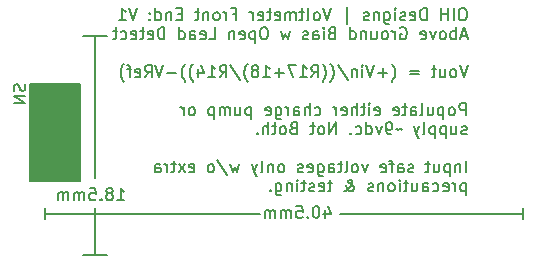
<source format=gbr>
%TF.GenerationSoftware,KiCad,Pcbnew,9.0.3*%
%TF.CreationDate,2025-10-25T21:42:42-05:00*%
%TF.ProjectId,VoltmeterFrontEnd,566f6c74-6d65-4746-9572-46726f6e7445,rev?*%
%TF.SameCoordinates,Original*%
%TF.FileFunction,Legend,Bot*%
%TF.FilePolarity,Positive*%
%FSLAX46Y46*%
G04 Gerber Fmt 4.6, Leading zero omitted, Abs format (unit mm)*
G04 Created by KiCad (PCBNEW 9.0.3) date 2025-10-25 21:42:42*
%MOMM*%
%LPD*%
G01*
G04 APERTURE LIST*
%ADD10C,0.150000*%
G04 APERTURE END LIST*
D10*
X92750000Y-69500000D02*
X97000000Y-69500000D01*
X97000000Y-77750000D01*
X92750000Y-77750000D01*
X92750000Y-69500000D01*
G36*
X92750000Y-69500000D02*
G01*
X97000000Y-69500000D01*
X97000000Y-77750000D01*
X92750000Y-77750000D01*
X92750000Y-69500000D01*
G37*
X92322200Y-69539160D02*
X92369819Y-69682017D01*
X92369819Y-69682017D02*
X92369819Y-69920112D01*
X92369819Y-69920112D02*
X92322200Y-70015350D01*
X92322200Y-70015350D02*
X92274580Y-70062969D01*
X92274580Y-70062969D02*
X92179342Y-70110588D01*
X92179342Y-70110588D02*
X92084104Y-70110588D01*
X92084104Y-70110588D02*
X91988866Y-70062969D01*
X91988866Y-70062969D02*
X91941247Y-70015350D01*
X91941247Y-70015350D02*
X91893628Y-69920112D01*
X91893628Y-69920112D02*
X91846009Y-69729636D01*
X91846009Y-69729636D02*
X91798390Y-69634398D01*
X91798390Y-69634398D02*
X91750771Y-69586779D01*
X91750771Y-69586779D02*
X91655533Y-69539160D01*
X91655533Y-69539160D02*
X91560295Y-69539160D01*
X91560295Y-69539160D02*
X91465057Y-69586779D01*
X91465057Y-69586779D02*
X91417438Y-69634398D01*
X91417438Y-69634398D02*
X91369819Y-69729636D01*
X91369819Y-69729636D02*
X91369819Y-69967731D01*
X91369819Y-69967731D02*
X91417438Y-70110588D01*
X92369819Y-70539160D02*
X91369819Y-70539160D01*
X91369819Y-70539160D02*
X92369819Y-71110588D01*
X92369819Y-71110588D02*
X91369819Y-71110588D01*
X134500000Y-80500000D02*
X119000000Y-80500000D01*
X94000000Y-80500000D02*
X112250000Y-80500000D01*
X94000000Y-80000000D02*
X94000000Y-81000000D01*
X134500000Y-81000000D02*
X134500000Y-80000000D01*
X117734649Y-80203152D02*
X117734649Y-80869819D01*
X117972744Y-79822200D02*
X118210839Y-80536485D01*
X118210839Y-80536485D02*
X117591792Y-80536485D01*
X117020363Y-79869819D02*
X116925125Y-79869819D01*
X116925125Y-79869819D02*
X116829887Y-79917438D01*
X116829887Y-79917438D02*
X116782268Y-79965057D01*
X116782268Y-79965057D02*
X116734649Y-80060295D01*
X116734649Y-80060295D02*
X116687030Y-80250771D01*
X116687030Y-80250771D02*
X116687030Y-80488866D01*
X116687030Y-80488866D02*
X116734649Y-80679342D01*
X116734649Y-80679342D02*
X116782268Y-80774580D01*
X116782268Y-80774580D02*
X116829887Y-80822200D01*
X116829887Y-80822200D02*
X116925125Y-80869819D01*
X116925125Y-80869819D02*
X117020363Y-80869819D01*
X117020363Y-80869819D02*
X117115601Y-80822200D01*
X117115601Y-80822200D02*
X117163220Y-80774580D01*
X117163220Y-80774580D02*
X117210839Y-80679342D01*
X117210839Y-80679342D02*
X117258458Y-80488866D01*
X117258458Y-80488866D02*
X117258458Y-80250771D01*
X117258458Y-80250771D02*
X117210839Y-80060295D01*
X117210839Y-80060295D02*
X117163220Y-79965057D01*
X117163220Y-79965057D02*
X117115601Y-79917438D01*
X117115601Y-79917438D02*
X117020363Y-79869819D01*
X116258458Y-80774580D02*
X116210839Y-80822200D01*
X116210839Y-80822200D02*
X116258458Y-80869819D01*
X116258458Y-80869819D02*
X116306077Y-80822200D01*
X116306077Y-80822200D02*
X116258458Y-80774580D01*
X116258458Y-80774580D02*
X116258458Y-80869819D01*
X115306078Y-79869819D02*
X115782268Y-79869819D01*
X115782268Y-79869819D02*
X115829887Y-80346009D01*
X115829887Y-80346009D02*
X115782268Y-80298390D01*
X115782268Y-80298390D02*
X115687030Y-80250771D01*
X115687030Y-80250771D02*
X115448935Y-80250771D01*
X115448935Y-80250771D02*
X115353697Y-80298390D01*
X115353697Y-80298390D02*
X115306078Y-80346009D01*
X115306078Y-80346009D02*
X115258459Y-80441247D01*
X115258459Y-80441247D02*
X115258459Y-80679342D01*
X115258459Y-80679342D02*
X115306078Y-80774580D01*
X115306078Y-80774580D02*
X115353697Y-80822200D01*
X115353697Y-80822200D02*
X115448935Y-80869819D01*
X115448935Y-80869819D02*
X115687030Y-80869819D01*
X115687030Y-80869819D02*
X115782268Y-80822200D01*
X115782268Y-80822200D02*
X115829887Y-80774580D01*
X114829887Y-80869819D02*
X114829887Y-80203152D01*
X114829887Y-80298390D02*
X114782268Y-80250771D01*
X114782268Y-80250771D02*
X114687030Y-80203152D01*
X114687030Y-80203152D02*
X114544173Y-80203152D01*
X114544173Y-80203152D02*
X114448935Y-80250771D01*
X114448935Y-80250771D02*
X114401316Y-80346009D01*
X114401316Y-80346009D02*
X114401316Y-80869819D01*
X114401316Y-80346009D02*
X114353697Y-80250771D01*
X114353697Y-80250771D02*
X114258459Y-80203152D01*
X114258459Y-80203152D02*
X114115602Y-80203152D01*
X114115602Y-80203152D02*
X114020363Y-80250771D01*
X114020363Y-80250771D02*
X113972744Y-80346009D01*
X113972744Y-80346009D02*
X113972744Y-80869819D01*
X113496554Y-80869819D02*
X113496554Y-80203152D01*
X113496554Y-80298390D02*
X113448935Y-80250771D01*
X113448935Y-80250771D02*
X113353697Y-80203152D01*
X113353697Y-80203152D02*
X113210840Y-80203152D01*
X113210840Y-80203152D02*
X113115602Y-80250771D01*
X113115602Y-80250771D02*
X113067983Y-80346009D01*
X113067983Y-80346009D02*
X113067983Y-80869819D01*
X113067983Y-80346009D02*
X113020364Y-80250771D01*
X113020364Y-80250771D02*
X112925126Y-80203152D01*
X112925126Y-80203152D02*
X112782269Y-80203152D01*
X112782269Y-80203152D02*
X112687030Y-80250771D01*
X112687030Y-80250771D02*
X112639411Y-80346009D01*
X112639411Y-80346009D02*
X112639411Y-80869819D01*
X98250000Y-80000000D02*
X98250000Y-84000000D01*
X98250000Y-77500000D02*
X98250000Y-65500000D01*
X100139411Y-79369819D02*
X100710839Y-79369819D01*
X100425125Y-79369819D02*
X100425125Y-78369819D01*
X100425125Y-78369819D02*
X100520363Y-78512676D01*
X100520363Y-78512676D02*
X100615601Y-78607914D01*
X100615601Y-78607914D02*
X100710839Y-78655533D01*
X99567982Y-78798390D02*
X99663220Y-78750771D01*
X99663220Y-78750771D02*
X99710839Y-78703152D01*
X99710839Y-78703152D02*
X99758458Y-78607914D01*
X99758458Y-78607914D02*
X99758458Y-78560295D01*
X99758458Y-78560295D02*
X99710839Y-78465057D01*
X99710839Y-78465057D02*
X99663220Y-78417438D01*
X99663220Y-78417438D02*
X99567982Y-78369819D01*
X99567982Y-78369819D02*
X99377506Y-78369819D01*
X99377506Y-78369819D02*
X99282268Y-78417438D01*
X99282268Y-78417438D02*
X99234649Y-78465057D01*
X99234649Y-78465057D02*
X99187030Y-78560295D01*
X99187030Y-78560295D02*
X99187030Y-78607914D01*
X99187030Y-78607914D02*
X99234649Y-78703152D01*
X99234649Y-78703152D02*
X99282268Y-78750771D01*
X99282268Y-78750771D02*
X99377506Y-78798390D01*
X99377506Y-78798390D02*
X99567982Y-78798390D01*
X99567982Y-78798390D02*
X99663220Y-78846009D01*
X99663220Y-78846009D02*
X99710839Y-78893628D01*
X99710839Y-78893628D02*
X99758458Y-78988866D01*
X99758458Y-78988866D02*
X99758458Y-79179342D01*
X99758458Y-79179342D02*
X99710839Y-79274580D01*
X99710839Y-79274580D02*
X99663220Y-79322200D01*
X99663220Y-79322200D02*
X99567982Y-79369819D01*
X99567982Y-79369819D02*
X99377506Y-79369819D01*
X99377506Y-79369819D02*
X99282268Y-79322200D01*
X99282268Y-79322200D02*
X99234649Y-79274580D01*
X99234649Y-79274580D02*
X99187030Y-79179342D01*
X99187030Y-79179342D02*
X99187030Y-78988866D01*
X99187030Y-78988866D02*
X99234649Y-78893628D01*
X99234649Y-78893628D02*
X99282268Y-78846009D01*
X99282268Y-78846009D02*
X99377506Y-78798390D01*
X98758458Y-79274580D02*
X98710839Y-79322200D01*
X98710839Y-79322200D02*
X98758458Y-79369819D01*
X98758458Y-79369819D02*
X98806077Y-79322200D01*
X98806077Y-79322200D02*
X98758458Y-79274580D01*
X98758458Y-79274580D02*
X98758458Y-79369819D01*
X97806078Y-78369819D02*
X98282268Y-78369819D01*
X98282268Y-78369819D02*
X98329887Y-78846009D01*
X98329887Y-78846009D02*
X98282268Y-78798390D01*
X98282268Y-78798390D02*
X98187030Y-78750771D01*
X98187030Y-78750771D02*
X97948935Y-78750771D01*
X97948935Y-78750771D02*
X97853697Y-78798390D01*
X97853697Y-78798390D02*
X97806078Y-78846009D01*
X97806078Y-78846009D02*
X97758459Y-78941247D01*
X97758459Y-78941247D02*
X97758459Y-79179342D01*
X97758459Y-79179342D02*
X97806078Y-79274580D01*
X97806078Y-79274580D02*
X97853697Y-79322200D01*
X97853697Y-79322200D02*
X97948935Y-79369819D01*
X97948935Y-79369819D02*
X98187030Y-79369819D01*
X98187030Y-79369819D02*
X98282268Y-79322200D01*
X98282268Y-79322200D02*
X98329887Y-79274580D01*
X97329887Y-79369819D02*
X97329887Y-78703152D01*
X97329887Y-78798390D02*
X97282268Y-78750771D01*
X97282268Y-78750771D02*
X97187030Y-78703152D01*
X97187030Y-78703152D02*
X97044173Y-78703152D01*
X97044173Y-78703152D02*
X96948935Y-78750771D01*
X96948935Y-78750771D02*
X96901316Y-78846009D01*
X96901316Y-78846009D02*
X96901316Y-79369819D01*
X96901316Y-78846009D02*
X96853697Y-78750771D01*
X96853697Y-78750771D02*
X96758459Y-78703152D01*
X96758459Y-78703152D02*
X96615602Y-78703152D01*
X96615602Y-78703152D02*
X96520363Y-78750771D01*
X96520363Y-78750771D02*
X96472744Y-78846009D01*
X96472744Y-78846009D02*
X96472744Y-79369819D01*
X95996554Y-79369819D02*
X95996554Y-78703152D01*
X95996554Y-78798390D02*
X95948935Y-78750771D01*
X95948935Y-78750771D02*
X95853697Y-78703152D01*
X95853697Y-78703152D02*
X95710840Y-78703152D01*
X95710840Y-78703152D02*
X95615602Y-78750771D01*
X95615602Y-78750771D02*
X95567983Y-78846009D01*
X95567983Y-78846009D02*
X95567983Y-79369819D01*
X95567983Y-78846009D02*
X95520364Y-78750771D01*
X95520364Y-78750771D02*
X95425126Y-78703152D01*
X95425126Y-78703152D02*
X95282269Y-78703152D01*
X95282269Y-78703152D02*
X95187030Y-78750771D01*
X95187030Y-78750771D02*
X95139411Y-78846009D01*
X95139411Y-78846009D02*
X95139411Y-79369819D01*
X97250000Y-84000000D02*
X99250000Y-84000000D01*
X97250000Y-65500000D02*
X99250000Y-65500000D01*
X129472744Y-63130323D02*
X129282268Y-63130323D01*
X129282268Y-63130323D02*
X129187030Y-63177942D01*
X129187030Y-63177942D02*
X129091792Y-63273180D01*
X129091792Y-63273180D02*
X129044173Y-63463656D01*
X129044173Y-63463656D02*
X129044173Y-63796989D01*
X129044173Y-63796989D02*
X129091792Y-63987465D01*
X129091792Y-63987465D02*
X129187030Y-64082704D01*
X129187030Y-64082704D02*
X129282268Y-64130323D01*
X129282268Y-64130323D02*
X129472744Y-64130323D01*
X129472744Y-64130323D02*
X129567982Y-64082704D01*
X129567982Y-64082704D02*
X129663220Y-63987465D01*
X129663220Y-63987465D02*
X129710839Y-63796989D01*
X129710839Y-63796989D02*
X129710839Y-63463656D01*
X129710839Y-63463656D02*
X129663220Y-63273180D01*
X129663220Y-63273180D02*
X129567982Y-63177942D01*
X129567982Y-63177942D02*
X129472744Y-63130323D01*
X128615601Y-64130323D02*
X128615601Y-63130323D01*
X128139411Y-64130323D02*
X128139411Y-63130323D01*
X128139411Y-63606513D02*
X127567983Y-63606513D01*
X127567983Y-64130323D02*
X127567983Y-63130323D01*
X126329887Y-64130323D02*
X126329887Y-63130323D01*
X126329887Y-63130323D02*
X126091792Y-63130323D01*
X126091792Y-63130323D02*
X125948935Y-63177942D01*
X125948935Y-63177942D02*
X125853697Y-63273180D01*
X125853697Y-63273180D02*
X125806078Y-63368418D01*
X125806078Y-63368418D02*
X125758459Y-63558894D01*
X125758459Y-63558894D02*
X125758459Y-63701751D01*
X125758459Y-63701751D02*
X125806078Y-63892227D01*
X125806078Y-63892227D02*
X125853697Y-63987465D01*
X125853697Y-63987465D02*
X125948935Y-64082704D01*
X125948935Y-64082704D02*
X126091792Y-64130323D01*
X126091792Y-64130323D02*
X126329887Y-64130323D01*
X124948935Y-64082704D02*
X125044173Y-64130323D01*
X125044173Y-64130323D02*
X125234649Y-64130323D01*
X125234649Y-64130323D02*
X125329887Y-64082704D01*
X125329887Y-64082704D02*
X125377506Y-63987465D01*
X125377506Y-63987465D02*
X125377506Y-63606513D01*
X125377506Y-63606513D02*
X125329887Y-63511275D01*
X125329887Y-63511275D02*
X125234649Y-63463656D01*
X125234649Y-63463656D02*
X125044173Y-63463656D01*
X125044173Y-63463656D02*
X124948935Y-63511275D01*
X124948935Y-63511275D02*
X124901316Y-63606513D01*
X124901316Y-63606513D02*
X124901316Y-63701751D01*
X124901316Y-63701751D02*
X125377506Y-63796989D01*
X124520363Y-64082704D02*
X124425125Y-64130323D01*
X124425125Y-64130323D02*
X124234649Y-64130323D01*
X124234649Y-64130323D02*
X124139411Y-64082704D01*
X124139411Y-64082704D02*
X124091792Y-63987465D01*
X124091792Y-63987465D02*
X124091792Y-63939846D01*
X124091792Y-63939846D02*
X124139411Y-63844608D01*
X124139411Y-63844608D02*
X124234649Y-63796989D01*
X124234649Y-63796989D02*
X124377506Y-63796989D01*
X124377506Y-63796989D02*
X124472744Y-63749370D01*
X124472744Y-63749370D02*
X124520363Y-63654132D01*
X124520363Y-63654132D02*
X124520363Y-63606513D01*
X124520363Y-63606513D02*
X124472744Y-63511275D01*
X124472744Y-63511275D02*
X124377506Y-63463656D01*
X124377506Y-63463656D02*
X124234649Y-63463656D01*
X124234649Y-63463656D02*
X124139411Y-63511275D01*
X123663220Y-64130323D02*
X123663220Y-63463656D01*
X123663220Y-63130323D02*
X123710839Y-63177942D01*
X123710839Y-63177942D02*
X123663220Y-63225561D01*
X123663220Y-63225561D02*
X123615601Y-63177942D01*
X123615601Y-63177942D02*
X123663220Y-63130323D01*
X123663220Y-63130323D02*
X123663220Y-63225561D01*
X122758459Y-63463656D02*
X122758459Y-64273180D01*
X122758459Y-64273180D02*
X122806078Y-64368418D01*
X122806078Y-64368418D02*
X122853697Y-64416037D01*
X122853697Y-64416037D02*
X122948935Y-64463656D01*
X122948935Y-64463656D02*
X123091792Y-64463656D01*
X123091792Y-64463656D02*
X123187030Y-64416037D01*
X122758459Y-64082704D02*
X122853697Y-64130323D01*
X122853697Y-64130323D02*
X123044173Y-64130323D01*
X123044173Y-64130323D02*
X123139411Y-64082704D01*
X123139411Y-64082704D02*
X123187030Y-64035084D01*
X123187030Y-64035084D02*
X123234649Y-63939846D01*
X123234649Y-63939846D02*
X123234649Y-63654132D01*
X123234649Y-63654132D02*
X123187030Y-63558894D01*
X123187030Y-63558894D02*
X123139411Y-63511275D01*
X123139411Y-63511275D02*
X123044173Y-63463656D01*
X123044173Y-63463656D02*
X122853697Y-63463656D01*
X122853697Y-63463656D02*
X122758459Y-63511275D01*
X122282268Y-63463656D02*
X122282268Y-64130323D01*
X122282268Y-63558894D02*
X122234649Y-63511275D01*
X122234649Y-63511275D02*
X122139411Y-63463656D01*
X122139411Y-63463656D02*
X121996554Y-63463656D01*
X121996554Y-63463656D02*
X121901316Y-63511275D01*
X121901316Y-63511275D02*
X121853697Y-63606513D01*
X121853697Y-63606513D02*
X121853697Y-64130323D01*
X121425125Y-64082704D02*
X121329887Y-64130323D01*
X121329887Y-64130323D02*
X121139411Y-64130323D01*
X121139411Y-64130323D02*
X121044173Y-64082704D01*
X121044173Y-64082704D02*
X120996554Y-63987465D01*
X120996554Y-63987465D02*
X120996554Y-63939846D01*
X120996554Y-63939846D02*
X121044173Y-63844608D01*
X121044173Y-63844608D02*
X121139411Y-63796989D01*
X121139411Y-63796989D02*
X121282268Y-63796989D01*
X121282268Y-63796989D02*
X121377506Y-63749370D01*
X121377506Y-63749370D02*
X121425125Y-63654132D01*
X121425125Y-63654132D02*
X121425125Y-63606513D01*
X121425125Y-63606513D02*
X121377506Y-63511275D01*
X121377506Y-63511275D02*
X121282268Y-63463656D01*
X121282268Y-63463656D02*
X121139411Y-63463656D01*
X121139411Y-63463656D02*
X121044173Y-63511275D01*
X119567982Y-64463656D02*
X119567982Y-63035084D01*
X118234648Y-63130323D02*
X117901315Y-64130323D01*
X117901315Y-64130323D02*
X117567982Y-63130323D01*
X117091791Y-64130323D02*
X117187029Y-64082704D01*
X117187029Y-64082704D02*
X117234648Y-64035084D01*
X117234648Y-64035084D02*
X117282267Y-63939846D01*
X117282267Y-63939846D02*
X117282267Y-63654132D01*
X117282267Y-63654132D02*
X117234648Y-63558894D01*
X117234648Y-63558894D02*
X117187029Y-63511275D01*
X117187029Y-63511275D02*
X117091791Y-63463656D01*
X117091791Y-63463656D02*
X116948934Y-63463656D01*
X116948934Y-63463656D02*
X116853696Y-63511275D01*
X116853696Y-63511275D02*
X116806077Y-63558894D01*
X116806077Y-63558894D02*
X116758458Y-63654132D01*
X116758458Y-63654132D02*
X116758458Y-63939846D01*
X116758458Y-63939846D02*
X116806077Y-64035084D01*
X116806077Y-64035084D02*
X116853696Y-64082704D01*
X116853696Y-64082704D02*
X116948934Y-64130323D01*
X116948934Y-64130323D02*
X117091791Y-64130323D01*
X116187029Y-64130323D02*
X116282267Y-64082704D01*
X116282267Y-64082704D02*
X116329886Y-63987465D01*
X116329886Y-63987465D02*
X116329886Y-63130323D01*
X115948933Y-63463656D02*
X115567981Y-63463656D01*
X115806076Y-63130323D02*
X115806076Y-63987465D01*
X115806076Y-63987465D02*
X115758457Y-64082704D01*
X115758457Y-64082704D02*
X115663219Y-64130323D01*
X115663219Y-64130323D02*
X115567981Y-64130323D01*
X115234647Y-64130323D02*
X115234647Y-63463656D01*
X115234647Y-63558894D02*
X115187028Y-63511275D01*
X115187028Y-63511275D02*
X115091790Y-63463656D01*
X115091790Y-63463656D02*
X114948933Y-63463656D01*
X114948933Y-63463656D02*
X114853695Y-63511275D01*
X114853695Y-63511275D02*
X114806076Y-63606513D01*
X114806076Y-63606513D02*
X114806076Y-64130323D01*
X114806076Y-63606513D02*
X114758457Y-63511275D01*
X114758457Y-63511275D02*
X114663219Y-63463656D01*
X114663219Y-63463656D02*
X114520362Y-63463656D01*
X114520362Y-63463656D02*
X114425123Y-63511275D01*
X114425123Y-63511275D02*
X114377504Y-63606513D01*
X114377504Y-63606513D02*
X114377504Y-64130323D01*
X113520362Y-64082704D02*
X113615600Y-64130323D01*
X113615600Y-64130323D02*
X113806076Y-64130323D01*
X113806076Y-64130323D02*
X113901314Y-64082704D01*
X113901314Y-64082704D02*
X113948933Y-63987465D01*
X113948933Y-63987465D02*
X113948933Y-63606513D01*
X113948933Y-63606513D02*
X113901314Y-63511275D01*
X113901314Y-63511275D02*
X113806076Y-63463656D01*
X113806076Y-63463656D02*
X113615600Y-63463656D01*
X113615600Y-63463656D02*
X113520362Y-63511275D01*
X113520362Y-63511275D02*
X113472743Y-63606513D01*
X113472743Y-63606513D02*
X113472743Y-63701751D01*
X113472743Y-63701751D02*
X113948933Y-63796989D01*
X113187028Y-63463656D02*
X112806076Y-63463656D01*
X113044171Y-63130323D02*
X113044171Y-63987465D01*
X113044171Y-63987465D02*
X112996552Y-64082704D01*
X112996552Y-64082704D02*
X112901314Y-64130323D01*
X112901314Y-64130323D02*
X112806076Y-64130323D01*
X112091790Y-64082704D02*
X112187028Y-64130323D01*
X112187028Y-64130323D02*
X112377504Y-64130323D01*
X112377504Y-64130323D02*
X112472742Y-64082704D01*
X112472742Y-64082704D02*
X112520361Y-63987465D01*
X112520361Y-63987465D02*
X112520361Y-63606513D01*
X112520361Y-63606513D02*
X112472742Y-63511275D01*
X112472742Y-63511275D02*
X112377504Y-63463656D01*
X112377504Y-63463656D02*
X112187028Y-63463656D01*
X112187028Y-63463656D02*
X112091790Y-63511275D01*
X112091790Y-63511275D02*
X112044171Y-63606513D01*
X112044171Y-63606513D02*
X112044171Y-63701751D01*
X112044171Y-63701751D02*
X112520361Y-63796989D01*
X111615599Y-64130323D02*
X111615599Y-63463656D01*
X111615599Y-63654132D02*
X111567980Y-63558894D01*
X111567980Y-63558894D02*
X111520361Y-63511275D01*
X111520361Y-63511275D02*
X111425123Y-63463656D01*
X111425123Y-63463656D02*
X111329885Y-63463656D01*
X109901313Y-63606513D02*
X110234646Y-63606513D01*
X110234646Y-64130323D02*
X110234646Y-63130323D01*
X110234646Y-63130323D02*
X109758456Y-63130323D01*
X109377503Y-64130323D02*
X109377503Y-63463656D01*
X109377503Y-63654132D02*
X109329884Y-63558894D01*
X109329884Y-63558894D02*
X109282265Y-63511275D01*
X109282265Y-63511275D02*
X109187027Y-63463656D01*
X109187027Y-63463656D02*
X109091789Y-63463656D01*
X108615598Y-64130323D02*
X108710836Y-64082704D01*
X108710836Y-64082704D02*
X108758455Y-64035084D01*
X108758455Y-64035084D02*
X108806074Y-63939846D01*
X108806074Y-63939846D02*
X108806074Y-63654132D01*
X108806074Y-63654132D02*
X108758455Y-63558894D01*
X108758455Y-63558894D02*
X108710836Y-63511275D01*
X108710836Y-63511275D02*
X108615598Y-63463656D01*
X108615598Y-63463656D02*
X108472741Y-63463656D01*
X108472741Y-63463656D02*
X108377503Y-63511275D01*
X108377503Y-63511275D02*
X108329884Y-63558894D01*
X108329884Y-63558894D02*
X108282265Y-63654132D01*
X108282265Y-63654132D02*
X108282265Y-63939846D01*
X108282265Y-63939846D02*
X108329884Y-64035084D01*
X108329884Y-64035084D02*
X108377503Y-64082704D01*
X108377503Y-64082704D02*
X108472741Y-64130323D01*
X108472741Y-64130323D02*
X108615598Y-64130323D01*
X107853693Y-63463656D02*
X107853693Y-64130323D01*
X107853693Y-63558894D02*
X107806074Y-63511275D01*
X107806074Y-63511275D02*
X107710836Y-63463656D01*
X107710836Y-63463656D02*
X107567979Y-63463656D01*
X107567979Y-63463656D02*
X107472741Y-63511275D01*
X107472741Y-63511275D02*
X107425122Y-63606513D01*
X107425122Y-63606513D02*
X107425122Y-64130323D01*
X107091788Y-63463656D02*
X106710836Y-63463656D01*
X106948931Y-63130323D02*
X106948931Y-63987465D01*
X106948931Y-63987465D02*
X106901312Y-64082704D01*
X106901312Y-64082704D02*
X106806074Y-64130323D01*
X106806074Y-64130323D02*
X106710836Y-64130323D01*
X105615597Y-63606513D02*
X105282264Y-63606513D01*
X105139407Y-64130323D02*
X105615597Y-64130323D01*
X105615597Y-64130323D02*
X105615597Y-63130323D01*
X105615597Y-63130323D02*
X105139407Y-63130323D01*
X104710835Y-63463656D02*
X104710835Y-64130323D01*
X104710835Y-63558894D02*
X104663216Y-63511275D01*
X104663216Y-63511275D02*
X104567978Y-63463656D01*
X104567978Y-63463656D02*
X104425121Y-63463656D01*
X104425121Y-63463656D02*
X104329883Y-63511275D01*
X104329883Y-63511275D02*
X104282264Y-63606513D01*
X104282264Y-63606513D02*
X104282264Y-64130323D01*
X103377502Y-64130323D02*
X103377502Y-63130323D01*
X103377502Y-64082704D02*
X103472740Y-64130323D01*
X103472740Y-64130323D02*
X103663216Y-64130323D01*
X103663216Y-64130323D02*
X103758454Y-64082704D01*
X103758454Y-64082704D02*
X103806073Y-64035084D01*
X103806073Y-64035084D02*
X103853692Y-63939846D01*
X103853692Y-63939846D02*
X103853692Y-63654132D01*
X103853692Y-63654132D02*
X103806073Y-63558894D01*
X103806073Y-63558894D02*
X103758454Y-63511275D01*
X103758454Y-63511275D02*
X103663216Y-63463656D01*
X103663216Y-63463656D02*
X103472740Y-63463656D01*
X103472740Y-63463656D02*
X103377502Y-63511275D01*
X102901311Y-64035084D02*
X102853692Y-64082704D01*
X102853692Y-64082704D02*
X102901311Y-64130323D01*
X102901311Y-64130323D02*
X102948930Y-64082704D01*
X102948930Y-64082704D02*
X102901311Y-64035084D01*
X102901311Y-64035084D02*
X102901311Y-64130323D01*
X102901311Y-63511275D02*
X102853692Y-63558894D01*
X102853692Y-63558894D02*
X102901311Y-63606513D01*
X102901311Y-63606513D02*
X102948930Y-63558894D01*
X102948930Y-63558894D02*
X102901311Y-63511275D01*
X102901311Y-63511275D02*
X102901311Y-63606513D01*
X101806073Y-63130323D02*
X101472740Y-64130323D01*
X101472740Y-64130323D02*
X101139407Y-63130323D01*
X100282264Y-64130323D02*
X100853692Y-64130323D01*
X100567978Y-64130323D02*
X100567978Y-63130323D01*
X100567978Y-63130323D02*
X100663216Y-63273180D01*
X100663216Y-63273180D02*
X100758454Y-63368418D01*
X100758454Y-63368418D02*
X100853692Y-63416037D01*
X129710839Y-65454552D02*
X129234649Y-65454552D01*
X129806077Y-65740267D02*
X129472744Y-64740267D01*
X129472744Y-64740267D02*
X129139411Y-65740267D01*
X128806077Y-65740267D02*
X128806077Y-64740267D01*
X128806077Y-65121219D02*
X128710839Y-65073600D01*
X128710839Y-65073600D02*
X128520363Y-65073600D01*
X128520363Y-65073600D02*
X128425125Y-65121219D01*
X128425125Y-65121219D02*
X128377506Y-65168838D01*
X128377506Y-65168838D02*
X128329887Y-65264076D01*
X128329887Y-65264076D02*
X128329887Y-65549790D01*
X128329887Y-65549790D02*
X128377506Y-65645028D01*
X128377506Y-65645028D02*
X128425125Y-65692648D01*
X128425125Y-65692648D02*
X128520363Y-65740267D01*
X128520363Y-65740267D02*
X128710839Y-65740267D01*
X128710839Y-65740267D02*
X128806077Y-65692648D01*
X127758458Y-65740267D02*
X127853696Y-65692648D01*
X127853696Y-65692648D02*
X127901315Y-65645028D01*
X127901315Y-65645028D02*
X127948934Y-65549790D01*
X127948934Y-65549790D02*
X127948934Y-65264076D01*
X127948934Y-65264076D02*
X127901315Y-65168838D01*
X127901315Y-65168838D02*
X127853696Y-65121219D01*
X127853696Y-65121219D02*
X127758458Y-65073600D01*
X127758458Y-65073600D02*
X127615601Y-65073600D01*
X127615601Y-65073600D02*
X127520363Y-65121219D01*
X127520363Y-65121219D02*
X127472744Y-65168838D01*
X127472744Y-65168838D02*
X127425125Y-65264076D01*
X127425125Y-65264076D02*
X127425125Y-65549790D01*
X127425125Y-65549790D02*
X127472744Y-65645028D01*
X127472744Y-65645028D02*
X127520363Y-65692648D01*
X127520363Y-65692648D02*
X127615601Y-65740267D01*
X127615601Y-65740267D02*
X127758458Y-65740267D01*
X127091791Y-65073600D02*
X126853696Y-65740267D01*
X126853696Y-65740267D02*
X126615601Y-65073600D01*
X125853696Y-65692648D02*
X125948934Y-65740267D01*
X125948934Y-65740267D02*
X126139410Y-65740267D01*
X126139410Y-65740267D02*
X126234648Y-65692648D01*
X126234648Y-65692648D02*
X126282267Y-65597409D01*
X126282267Y-65597409D02*
X126282267Y-65216457D01*
X126282267Y-65216457D02*
X126234648Y-65121219D01*
X126234648Y-65121219D02*
X126139410Y-65073600D01*
X126139410Y-65073600D02*
X125948934Y-65073600D01*
X125948934Y-65073600D02*
X125853696Y-65121219D01*
X125853696Y-65121219D02*
X125806077Y-65216457D01*
X125806077Y-65216457D02*
X125806077Y-65311695D01*
X125806077Y-65311695D02*
X126282267Y-65406933D01*
X124091791Y-64787886D02*
X124187029Y-64740267D01*
X124187029Y-64740267D02*
X124329886Y-64740267D01*
X124329886Y-64740267D02*
X124472743Y-64787886D01*
X124472743Y-64787886D02*
X124567981Y-64883124D01*
X124567981Y-64883124D02*
X124615600Y-64978362D01*
X124615600Y-64978362D02*
X124663219Y-65168838D01*
X124663219Y-65168838D02*
X124663219Y-65311695D01*
X124663219Y-65311695D02*
X124615600Y-65502171D01*
X124615600Y-65502171D02*
X124567981Y-65597409D01*
X124567981Y-65597409D02*
X124472743Y-65692648D01*
X124472743Y-65692648D02*
X124329886Y-65740267D01*
X124329886Y-65740267D02*
X124234648Y-65740267D01*
X124234648Y-65740267D02*
X124091791Y-65692648D01*
X124091791Y-65692648D02*
X124044172Y-65645028D01*
X124044172Y-65645028D02*
X124044172Y-65311695D01*
X124044172Y-65311695D02*
X124234648Y-65311695D01*
X123615600Y-65740267D02*
X123615600Y-65073600D01*
X123615600Y-65264076D02*
X123567981Y-65168838D01*
X123567981Y-65168838D02*
X123520362Y-65121219D01*
X123520362Y-65121219D02*
X123425124Y-65073600D01*
X123425124Y-65073600D02*
X123329886Y-65073600D01*
X122853695Y-65740267D02*
X122948933Y-65692648D01*
X122948933Y-65692648D02*
X122996552Y-65645028D01*
X122996552Y-65645028D02*
X123044171Y-65549790D01*
X123044171Y-65549790D02*
X123044171Y-65264076D01*
X123044171Y-65264076D02*
X122996552Y-65168838D01*
X122996552Y-65168838D02*
X122948933Y-65121219D01*
X122948933Y-65121219D02*
X122853695Y-65073600D01*
X122853695Y-65073600D02*
X122710838Y-65073600D01*
X122710838Y-65073600D02*
X122615600Y-65121219D01*
X122615600Y-65121219D02*
X122567981Y-65168838D01*
X122567981Y-65168838D02*
X122520362Y-65264076D01*
X122520362Y-65264076D02*
X122520362Y-65549790D01*
X122520362Y-65549790D02*
X122567981Y-65645028D01*
X122567981Y-65645028D02*
X122615600Y-65692648D01*
X122615600Y-65692648D02*
X122710838Y-65740267D01*
X122710838Y-65740267D02*
X122853695Y-65740267D01*
X121663219Y-65073600D02*
X121663219Y-65740267D01*
X122091790Y-65073600D02*
X122091790Y-65597409D01*
X122091790Y-65597409D02*
X122044171Y-65692648D01*
X122044171Y-65692648D02*
X121948933Y-65740267D01*
X121948933Y-65740267D02*
X121806076Y-65740267D01*
X121806076Y-65740267D02*
X121710838Y-65692648D01*
X121710838Y-65692648D02*
X121663219Y-65645028D01*
X121187028Y-65073600D02*
X121187028Y-65740267D01*
X121187028Y-65168838D02*
X121139409Y-65121219D01*
X121139409Y-65121219D02*
X121044171Y-65073600D01*
X121044171Y-65073600D02*
X120901314Y-65073600D01*
X120901314Y-65073600D02*
X120806076Y-65121219D01*
X120806076Y-65121219D02*
X120758457Y-65216457D01*
X120758457Y-65216457D02*
X120758457Y-65740267D01*
X119853695Y-65740267D02*
X119853695Y-64740267D01*
X119853695Y-65692648D02*
X119948933Y-65740267D01*
X119948933Y-65740267D02*
X120139409Y-65740267D01*
X120139409Y-65740267D02*
X120234647Y-65692648D01*
X120234647Y-65692648D02*
X120282266Y-65645028D01*
X120282266Y-65645028D02*
X120329885Y-65549790D01*
X120329885Y-65549790D02*
X120329885Y-65264076D01*
X120329885Y-65264076D02*
X120282266Y-65168838D01*
X120282266Y-65168838D02*
X120234647Y-65121219D01*
X120234647Y-65121219D02*
X120139409Y-65073600D01*
X120139409Y-65073600D02*
X119948933Y-65073600D01*
X119948933Y-65073600D02*
X119853695Y-65121219D01*
X118282266Y-65216457D02*
X118139409Y-65264076D01*
X118139409Y-65264076D02*
X118091790Y-65311695D01*
X118091790Y-65311695D02*
X118044171Y-65406933D01*
X118044171Y-65406933D02*
X118044171Y-65549790D01*
X118044171Y-65549790D02*
X118091790Y-65645028D01*
X118091790Y-65645028D02*
X118139409Y-65692648D01*
X118139409Y-65692648D02*
X118234647Y-65740267D01*
X118234647Y-65740267D02*
X118615599Y-65740267D01*
X118615599Y-65740267D02*
X118615599Y-64740267D01*
X118615599Y-64740267D02*
X118282266Y-64740267D01*
X118282266Y-64740267D02*
X118187028Y-64787886D01*
X118187028Y-64787886D02*
X118139409Y-64835505D01*
X118139409Y-64835505D02*
X118091790Y-64930743D01*
X118091790Y-64930743D02*
X118091790Y-65025981D01*
X118091790Y-65025981D02*
X118139409Y-65121219D01*
X118139409Y-65121219D02*
X118187028Y-65168838D01*
X118187028Y-65168838D02*
X118282266Y-65216457D01*
X118282266Y-65216457D02*
X118615599Y-65216457D01*
X117615599Y-65740267D02*
X117615599Y-65073600D01*
X117615599Y-64740267D02*
X117663218Y-64787886D01*
X117663218Y-64787886D02*
X117615599Y-64835505D01*
X117615599Y-64835505D02*
X117567980Y-64787886D01*
X117567980Y-64787886D02*
X117615599Y-64740267D01*
X117615599Y-64740267D02*
X117615599Y-64835505D01*
X116710838Y-65740267D02*
X116710838Y-65216457D01*
X116710838Y-65216457D02*
X116758457Y-65121219D01*
X116758457Y-65121219D02*
X116853695Y-65073600D01*
X116853695Y-65073600D02*
X117044171Y-65073600D01*
X117044171Y-65073600D02*
X117139409Y-65121219D01*
X116710838Y-65692648D02*
X116806076Y-65740267D01*
X116806076Y-65740267D02*
X117044171Y-65740267D01*
X117044171Y-65740267D02*
X117139409Y-65692648D01*
X117139409Y-65692648D02*
X117187028Y-65597409D01*
X117187028Y-65597409D02*
X117187028Y-65502171D01*
X117187028Y-65502171D02*
X117139409Y-65406933D01*
X117139409Y-65406933D02*
X117044171Y-65359314D01*
X117044171Y-65359314D02*
X116806076Y-65359314D01*
X116806076Y-65359314D02*
X116710838Y-65311695D01*
X116282266Y-65692648D02*
X116187028Y-65740267D01*
X116187028Y-65740267D02*
X115996552Y-65740267D01*
X115996552Y-65740267D02*
X115901314Y-65692648D01*
X115901314Y-65692648D02*
X115853695Y-65597409D01*
X115853695Y-65597409D02*
X115853695Y-65549790D01*
X115853695Y-65549790D02*
X115901314Y-65454552D01*
X115901314Y-65454552D02*
X115996552Y-65406933D01*
X115996552Y-65406933D02*
X116139409Y-65406933D01*
X116139409Y-65406933D02*
X116234647Y-65359314D01*
X116234647Y-65359314D02*
X116282266Y-65264076D01*
X116282266Y-65264076D02*
X116282266Y-65216457D01*
X116282266Y-65216457D02*
X116234647Y-65121219D01*
X116234647Y-65121219D02*
X116139409Y-65073600D01*
X116139409Y-65073600D02*
X115996552Y-65073600D01*
X115996552Y-65073600D02*
X115901314Y-65121219D01*
X114758456Y-65073600D02*
X114567980Y-65740267D01*
X114567980Y-65740267D02*
X114377504Y-65264076D01*
X114377504Y-65264076D02*
X114187028Y-65740267D01*
X114187028Y-65740267D02*
X113996552Y-65073600D01*
X112663218Y-64740267D02*
X112472742Y-64740267D01*
X112472742Y-64740267D02*
X112377504Y-64787886D01*
X112377504Y-64787886D02*
X112282266Y-64883124D01*
X112282266Y-64883124D02*
X112234647Y-65073600D01*
X112234647Y-65073600D02*
X112234647Y-65406933D01*
X112234647Y-65406933D02*
X112282266Y-65597409D01*
X112282266Y-65597409D02*
X112377504Y-65692648D01*
X112377504Y-65692648D02*
X112472742Y-65740267D01*
X112472742Y-65740267D02*
X112663218Y-65740267D01*
X112663218Y-65740267D02*
X112758456Y-65692648D01*
X112758456Y-65692648D02*
X112853694Y-65597409D01*
X112853694Y-65597409D02*
X112901313Y-65406933D01*
X112901313Y-65406933D02*
X112901313Y-65073600D01*
X112901313Y-65073600D02*
X112853694Y-64883124D01*
X112853694Y-64883124D02*
X112758456Y-64787886D01*
X112758456Y-64787886D02*
X112663218Y-64740267D01*
X111806075Y-65073600D02*
X111806075Y-66073600D01*
X111806075Y-65121219D02*
X111710837Y-65073600D01*
X111710837Y-65073600D02*
X111520361Y-65073600D01*
X111520361Y-65073600D02*
X111425123Y-65121219D01*
X111425123Y-65121219D02*
X111377504Y-65168838D01*
X111377504Y-65168838D02*
X111329885Y-65264076D01*
X111329885Y-65264076D02*
X111329885Y-65549790D01*
X111329885Y-65549790D02*
X111377504Y-65645028D01*
X111377504Y-65645028D02*
X111425123Y-65692648D01*
X111425123Y-65692648D02*
X111520361Y-65740267D01*
X111520361Y-65740267D02*
X111710837Y-65740267D01*
X111710837Y-65740267D02*
X111806075Y-65692648D01*
X110520361Y-65692648D02*
X110615599Y-65740267D01*
X110615599Y-65740267D02*
X110806075Y-65740267D01*
X110806075Y-65740267D02*
X110901313Y-65692648D01*
X110901313Y-65692648D02*
X110948932Y-65597409D01*
X110948932Y-65597409D02*
X110948932Y-65216457D01*
X110948932Y-65216457D02*
X110901313Y-65121219D01*
X110901313Y-65121219D02*
X110806075Y-65073600D01*
X110806075Y-65073600D02*
X110615599Y-65073600D01*
X110615599Y-65073600D02*
X110520361Y-65121219D01*
X110520361Y-65121219D02*
X110472742Y-65216457D01*
X110472742Y-65216457D02*
X110472742Y-65311695D01*
X110472742Y-65311695D02*
X110948932Y-65406933D01*
X110044170Y-65073600D02*
X110044170Y-65740267D01*
X110044170Y-65168838D02*
X109996551Y-65121219D01*
X109996551Y-65121219D02*
X109901313Y-65073600D01*
X109901313Y-65073600D02*
X109758456Y-65073600D01*
X109758456Y-65073600D02*
X109663218Y-65121219D01*
X109663218Y-65121219D02*
X109615599Y-65216457D01*
X109615599Y-65216457D02*
X109615599Y-65740267D01*
X107901313Y-65740267D02*
X108377503Y-65740267D01*
X108377503Y-65740267D02*
X108377503Y-64740267D01*
X107187027Y-65692648D02*
X107282265Y-65740267D01*
X107282265Y-65740267D02*
X107472741Y-65740267D01*
X107472741Y-65740267D02*
X107567979Y-65692648D01*
X107567979Y-65692648D02*
X107615598Y-65597409D01*
X107615598Y-65597409D02*
X107615598Y-65216457D01*
X107615598Y-65216457D02*
X107567979Y-65121219D01*
X107567979Y-65121219D02*
X107472741Y-65073600D01*
X107472741Y-65073600D02*
X107282265Y-65073600D01*
X107282265Y-65073600D02*
X107187027Y-65121219D01*
X107187027Y-65121219D02*
X107139408Y-65216457D01*
X107139408Y-65216457D02*
X107139408Y-65311695D01*
X107139408Y-65311695D02*
X107615598Y-65406933D01*
X106282265Y-65740267D02*
X106282265Y-65216457D01*
X106282265Y-65216457D02*
X106329884Y-65121219D01*
X106329884Y-65121219D02*
X106425122Y-65073600D01*
X106425122Y-65073600D02*
X106615598Y-65073600D01*
X106615598Y-65073600D02*
X106710836Y-65121219D01*
X106282265Y-65692648D02*
X106377503Y-65740267D01*
X106377503Y-65740267D02*
X106615598Y-65740267D01*
X106615598Y-65740267D02*
X106710836Y-65692648D01*
X106710836Y-65692648D02*
X106758455Y-65597409D01*
X106758455Y-65597409D02*
X106758455Y-65502171D01*
X106758455Y-65502171D02*
X106710836Y-65406933D01*
X106710836Y-65406933D02*
X106615598Y-65359314D01*
X106615598Y-65359314D02*
X106377503Y-65359314D01*
X106377503Y-65359314D02*
X106282265Y-65311695D01*
X105377503Y-65740267D02*
X105377503Y-64740267D01*
X105377503Y-65692648D02*
X105472741Y-65740267D01*
X105472741Y-65740267D02*
X105663217Y-65740267D01*
X105663217Y-65740267D02*
X105758455Y-65692648D01*
X105758455Y-65692648D02*
X105806074Y-65645028D01*
X105806074Y-65645028D02*
X105853693Y-65549790D01*
X105853693Y-65549790D02*
X105853693Y-65264076D01*
X105853693Y-65264076D02*
X105806074Y-65168838D01*
X105806074Y-65168838D02*
X105758455Y-65121219D01*
X105758455Y-65121219D02*
X105663217Y-65073600D01*
X105663217Y-65073600D02*
X105472741Y-65073600D01*
X105472741Y-65073600D02*
X105377503Y-65121219D01*
X104139407Y-65740267D02*
X104139407Y-64740267D01*
X104139407Y-64740267D02*
X103901312Y-64740267D01*
X103901312Y-64740267D02*
X103758455Y-64787886D01*
X103758455Y-64787886D02*
X103663217Y-64883124D01*
X103663217Y-64883124D02*
X103615598Y-64978362D01*
X103615598Y-64978362D02*
X103567979Y-65168838D01*
X103567979Y-65168838D02*
X103567979Y-65311695D01*
X103567979Y-65311695D02*
X103615598Y-65502171D01*
X103615598Y-65502171D02*
X103663217Y-65597409D01*
X103663217Y-65597409D02*
X103758455Y-65692648D01*
X103758455Y-65692648D02*
X103901312Y-65740267D01*
X103901312Y-65740267D02*
X104139407Y-65740267D01*
X102758455Y-65692648D02*
X102853693Y-65740267D01*
X102853693Y-65740267D02*
X103044169Y-65740267D01*
X103044169Y-65740267D02*
X103139407Y-65692648D01*
X103139407Y-65692648D02*
X103187026Y-65597409D01*
X103187026Y-65597409D02*
X103187026Y-65216457D01*
X103187026Y-65216457D02*
X103139407Y-65121219D01*
X103139407Y-65121219D02*
X103044169Y-65073600D01*
X103044169Y-65073600D02*
X102853693Y-65073600D01*
X102853693Y-65073600D02*
X102758455Y-65121219D01*
X102758455Y-65121219D02*
X102710836Y-65216457D01*
X102710836Y-65216457D02*
X102710836Y-65311695D01*
X102710836Y-65311695D02*
X103187026Y-65406933D01*
X102425121Y-65073600D02*
X102044169Y-65073600D01*
X102282264Y-64740267D02*
X102282264Y-65597409D01*
X102282264Y-65597409D02*
X102234645Y-65692648D01*
X102234645Y-65692648D02*
X102139407Y-65740267D01*
X102139407Y-65740267D02*
X102044169Y-65740267D01*
X101329883Y-65692648D02*
X101425121Y-65740267D01*
X101425121Y-65740267D02*
X101615597Y-65740267D01*
X101615597Y-65740267D02*
X101710835Y-65692648D01*
X101710835Y-65692648D02*
X101758454Y-65597409D01*
X101758454Y-65597409D02*
X101758454Y-65216457D01*
X101758454Y-65216457D02*
X101710835Y-65121219D01*
X101710835Y-65121219D02*
X101615597Y-65073600D01*
X101615597Y-65073600D02*
X101425121Y-65073600D01*
X101425121Y-65073600D02*
X101329883Y-65121219D01*
X101329883Y-65121219D02*
X101282264Y-65216457D01*
X101282264Y-65216457D02*
X101282264Y-65311695D01*
X101282264Y-65311695D02*
X101758454Y-65406933D01*
X100425121Y-65692648D02*
X100520359Y-65740267D01*
X100520359Y-65740267D02*
X100710835Y-65740267D01*
X100710835Y-65740267D02*
X100806073Y-65692648D01*
X100806073Y-65692648D02*
X100853692Y-65645028D01*
X100853692Y-65645028D02*
X100901311Y-65549790D01*
X100901311Y-65549790D02*
X100901311Y-65264076D01*
X100901311Y-65264076D02*
X100853692Y-65168838D01*
X100853692Y-65168838D02*
X100806073Y-65121219D01*
X100806073Y-65121219D02*
X100710835Y-65073600D01*
X100710835Y-65073600D02*
X100520359Y-65073600D01*
X100520359Y-65073600D02*
X100425121Y-65121219D01*
X100139406Y-65073600D02*
X99758454Y-65073600D01*
X99996549Y-64740267D02*
X99996549Y-65597409D01*
X99996549Y-65597409D02*
X99948930Y-65692648D01*
X99948930Y-65692648D02*
X99853692Y-65740267D01*
X99853692Y-65740267D02*
X99758454Y-65740267D01*
X129806077Y-67960155D02*
X129472744Y-68960155D01*
X129472744Y-68960155D02*
X129139411Y-67960155D01*
X128663220Y-68960155D02*
X128758458Y-68912536D01*
X128758458Y-68912536D02*
X128806077Y-68864916D01*
X128806077Y-68864916D02*
X128853696Y-68769678D01*
X128853696Y-68769678D02*
X128853696Y-68483964D01*
X128853696Y-68483964D02*
X128806077Y-68388726D01*
X128806077Y-68388726D02*
X128758458Y-68341107D01*
X128758458Y-68341107D02*
X128663220Y-68293488D01*
X128663220Y-68293488D02*
X128520363Y-68293488D01*
X128520363Y-68293488D02*
X128425125Y-68341107D01*
X128425125Y-68341107D02*
X128377506Y-68388726D01*
X128377506Y-68388726D02*
X128329887Y-68483964D01*
X128329887Y-68483964D02*
X128329887Y-68769678D01*
X128329887Y-68769678D02*
X128377506Y-68864916D01*
X128377506Y-68864916D02*
X128425125Y-68912536D01*
X128425125Y-68912536D02*
X128520363Y-68960155D01*
X128520363Y-68960155D02*
X128663220Y-68960155D01*
X127472744Y-68293488D02*
X127472744Y-68960155D01*
X127901315Y-68293488D02*
X127901315Y-68817297D01*
X127901315Y-68817297D02*
X127853696Y-68912536D01*
X127853696Y-68912536D02*
X127758458Y-68960155D01*
X127758458Y-68960155D02*
X127615601Y-68960155D01*
X127615601Y-68960155D02*
X127520363Y-68912536D01*
X127520363Y-68912536D02*
X127472744Y-68864916D01*
X127139410Y-68293488D02*
X126758458Y-68293488D01*
X126996553Y-67960155D02*
X126996553Y-68817297D01*
X126996553Y-68817297D02*
X126948934Y-68912536D01*
X126948934Y-68912536D02*
X126853696Y-68960155D01*
X126853696Y-68960155D02*
X126758458Y-68960155D01*
X125663219Y-68436345D02*
X124901315Y-68436345D01*
X124901315Y-68722059D02*
X125663219Y-68722059D01*
X123377505Y-69341107D02*
X123425124Y-69293488D01*
X123425124Y-69293488D02*
X123520362Y-69150631D01*
X123520362Y-69150631D02*
X123567981Y-69055393D01*
X123567981Y-69055393D02*
X123615600Y-68912536D01*
X123615600Y-68912536D02*
X123663219Y-68674440D01*
X123663219Y-68674440D02*
X123663219Y-68483964D01*
X123663219Y-68483964D02*
X123615600Y-68245869D01*
X123615600Y-68245869D02*
X123567981Y-68103012D01*
X123567981Y-68103012D02*
X123520362Y-68007774D01*
X123520362Y-68007774D02*
X123425124Y-67864916D01*
X123425124Y-67864916D02*
X123377505Y-67817297D01*
X122996552Y-68579202D02*
X122234648Y-68579202D01*
X122615600Y-68960155D02*
X122615600Y-68198250D01*
X121901314Y-67960155D02*
X121567981Y-68960155D01*
X121567981Y-68960155D02*
X121234648Y-67960155D01*
X120901314Y-68960155D02*
X120901314Y-68293488D01*
X120901314Y-67960155D02*
X120948933Y-68007774D01*
X120948933Y-68007774D02*
X120901314Y-68055393D01*
X120901314Y-68055393D02*
X120853695Y-68007774D01*
X120853695Y-68007774D02*
X120901314Y-67960155D01*
X120901314Y-67960155D02*
X120901314Y-68055393D01*
X120425124Y-68293488D02*
X120425124Y-68960155D01*
X120425124Y-68388726D02*
X120377505Y-68341107D01*
X120377505Y-68341107D02*
X120282267Y-68293488D01*
X120282267Y-68293488D02*
X120139410Y-68293488D01*
X120139410Y-68293488D02*
X120044172Y-68341107D01*
X120044172Y-68341107D02*
X119996553Y-68436345D01*
X119996553Y-68436345D02*
X119996553Y-68960155D01*
X118806077Y-67912536D02*
X119663219Y-69198250D01*
X118187029Y-69341107D02*
X118234648Y-69293488D01*
X118234648Y-69293488D02*
X118329886Y-69150631D01*
X118329886Y-69150631D02*
X118377505Y-69055393D01*
X118377505Y-69055393D02*
X118425124Y-68912536D01*
X118425124Y-68912536D02*
X118472743Y-68674440D01*
X118472743Y-68674440D02*
X118472743Y-68483964D01*
X118472743Y-68483964D02*
X118425124Y-68245869D01*
X118425124Y-68245869D02*
X118377505Y-68103012D01*
X118377505Y-68103012D02*
X118329886Y-68007774D01*
X118329886Y-68007774D02*
X118234648Y-67864916D01*
X118234648Y-67864916D02*
X118187029Y-67817297D01*
X117520362Y-69341107D02*
X117567981Y-69293488D01*
X117567981Y-69293488D02*
X117663219Y-69150631D01*
X117663219Y-69150631D02*
X117710838Y-69055393D01*
X117710838Y-69055393D02*
X117758457Y-68912536D01*
X117758457Y-68912536D02*
X117806076Y-68674440D01*
X117806076Y-68674440D02*
X117806076Y-68483964D01*
X117806076Y-68483964D02*
X117758457Y-68245869D01*
X117758457Y-68245869D02*
X117710838Y-68103012D01*
X117710838Y-68103012D02*
X117663219Y-68007774D01*
X117663219Y-68007774D02*
X117567981Y-67864916D01*
X117567981Y-67864916D02*
X117520362Y-67817297D01*
X116567981Y-68960155D02*
X116901314Y-68483964D01*
X117139409Y-68960155D02*
X117139409Y-67960155D01*
X117139409Y-67960155D02*
X116758457Y-67960155D01*
X116758457Y-67960155D02*
X116663219Y-68007774D01*
X116663219Y-68007774D02*
X116615600Y-68055393D01*
X116615600Y-68055393D02*
X116567981Y-68150631D01*
X116567981Y-68150631D02*
X116567981Y-68293488D01*
X116567981Y-68293488D02*
X116615600Y-68388726D01*
X116615600Y-68388726D02*
X116663219Y-68436345D01*
X116663219Y-68436345D02*
X116758457Y-68483964D01*
X116758457Y-68483964D02*
X117139409Y-68483964D01*
X115615600Y-68960155D02*
X116187028Y-68960155D01*
X115901314Y-68960155D02*
X115901314Y-67960155D01*
X115901314Y-67960155D02*
X115996552Y-68103012D01*
X115996552Y-68103012D02*
X116091790Y-68198250D01*
X116091790Y-68198250D02*
X116187028Y-68245869D01*
X115282266Y-67960155D02*
X114615600Y-67960155D01*
X114615600Y-67960155D02*
X115044171Y-68960155D01*
X114234647Y-68579202D02*
X113472743Y-68579202D01*
X113853695Y-68960155D02*
X113853695Y-68198250D01*
X112472743Y-68960155D02*
X113044171Y-68960155D01*
X112758457Y-68960155D02*
X112758457Y-67960155D01*
X112758457Y-67960155D02*
X112853695Y-68103012D01*
X112853695Y-68103012D02*
X112948933Y-68198250D01*
X112948933Y-68198250D02*
X113044171Y-68245869D01*
X111901314Y-68388726D02*
X111996552Y-68341107D01*
X111996552Y-68341107D02*
X112044171Y-68293488D01*
X112044171Y-68293488D02*
X112091790Y-68198250D01*
X112091790Y-68198250D02*
X112091790Y-68150631D01*
X112091790Y-68150631D02*
X112044171Y-68055393D01*
X112044171Y-68055393D02*
X111996552Y-68007774D01*
X111996552Y-68007774D02*
X111901314Y-67960155D01*
X111901314Y-67960155D02*
X111710838Y-67960155D01*
X111710838Y-67960155D02*
X111615600Y-68007774D01*
X111615600Y-68007774D02*
X111567981Y-68055393D01*
X111567981Y-68055393D02*
X111520362Y-68150631D01*
X111520362Y-68150631D02*
X111520362Y-68198250D01*
X111520362Y-68198250D02*
X111567981Y-68293488D01*
X111567981Y-68293488D02*
X111615600Y-68341107D01*
X111615600Y-68341107D02*
X111710838Y-68388726D01*
X111710838Y-68388726D02*
X111901314Y-68388726D01*
X111901314Y-68388726D02*
X111996552Y-68436345D01*
X111996552Y-68436345D02*
X112044171Y-68483964D01*
X112044171Y-68483964D02*
X112091790Y-68579202D01*
X112091790Y-68579202D02*
X112091790Y-68769678D01*
X112091790Y-68769678D02*
X112044171Y-68864916D01*
X112044171Y-68864916D02*
X111996552Y-68912536D01*
X111996552Y-68912536D02*
X111901314Y-68960155D01*
X111901314Y-68960155D02*
X111710838Y-68960155D01*
X111710838Y-68960155D02*
X111615600Y-68912536D01*
X111615600Y-68912536D02*
X111567981Y-68864916D01*
X111567981Y-68864916D02*
X111520362Y-68769678D01*
X111520362Y-68769678D02*
X111520362Y-68579202D01*
X111520362Y-68579202D02*
X111567981Y-68483964D01*
X111567981Y-68483964D02*
X111615600Y-68436345D01*
X111615600Y-68436345D02*
X111710838Y-68388726D01*
X111187028Y-69341107D02*
X111139409Y-69293488D01*
X111139409Y-69293488D02*
X111044171Y-69150631D01*
X111044171Y-69150631D02*
X110996552Y-69055393D01*
X110996552Y-69055393D02*
X110948933Y-68912536D01*
X110948933Y-68912536D02*
X110901314Y-68674440D01*
X110901314Y-68674440D02*
X110901314Y-68483964D01*
X110901314Y-68483964D02*
X110948933Y-68245869D01*
X110948933Y-68245869D02*
X110996552Y-68103012D01*
X110996552Y-68103012D02*
X111044171Y-68007774D01*
X111044171Y-68007774D02*
X111139409Y-67864916D01*
X111139409Y-67864916D02*
X111187028Y-67817297D01*
X109710838Y-67912536D02*
X110567980Y-69198250D01*
X108806076Y-68960155D02*
X109139409Y-68483964D01*
X109377504Y-68960155D02*
X109377504Y-67960155D01*
X109377504Y-67960155D02*
X108996552Y-67960155D01*
X108996552Y-67960155D02*
X108901314Y-68007774D01*
X108901314Y-68007774D02*
X108853695Y-68055393D01*
X108853695Y-68055393D02*
X108806076Y-68150631D01*
X108806076Y-68150631D02*
X108806076Y-68293488D01*
X108806076Y-68293488D02*
X108853695Y-68388726D01*
X108853695Y-68388726D02*
X108901314Y-68436345D01*
X108901314Y-68436345D02*
X108996552Y-68483964D01*
X108996552Y-68483964D02*
X109377504Y-68483964D01*
X107853695Y-68960155D02*
X108425123Y-68960155D01*
X108139409Y-68960155D02*
X108139409Y-67960155D01*
X108139409Y-67960155D02*
X108234647Y-68103012D01*
X108234647Y-68103012D02*
X108329885Y-68198250D01*
X108329885Y-68198250D02*
X108425123Y-68245869D01*
X106996552Y-68293488D02*
X106996552Y-68960155D01*
X107234647Y-67912536D02*
X107472742Y-68626821D01*
X107472742Y-68626821D02*
X106853695Y-68626821D01*
X106567980Y-69341107D02*
X106520361Y-69293488D01*
X106520361Y-69293488D02*
X106425123Y-69150631D01*
X106425123Y-69150631D02*
X106377504Y-69055393D01*
X106377504Y-69055393D02*
X106329885Y-68912536D01*
X106329885Y-68912536D02*
X106282266Y-68674440D01*
X106282266Y-68674440D02*
X106282266Y-68483964D01*
X106282266Y-68483964D02*
X106329885Y-68245869D01*
X106329885Y-68245869D02*
X106377504Y-68103012D01*
X106377504Y-68103012D02*
X106425123Y-68007774D01*
X106425123Y-68007774D02*
X106520361Y-67864916D01*
X106520361Y-67864916D02*
X106567980Y-67817297D01*
X105901313Y-69341107D02*
X105853694Y-69293488D01*
X105853694Y-69293488D02*
X105758456Y-69150631D01*
X105758456Y-69150631D02*
X105710837Y-69055393D01*
X105710837Y-69055393D02*
X105663218Y-68912536D01*
X105663218Y-68912536D02*
X105615599Y-68674440D01*
X105615599Y-68674440D02*
X105615599Y-68483964D01*
X105615599Y-68483964D02*
X105663218Y-68245869D01*
X105663218Y-68245869D02*
X105710837Y-68103012D01*
X105710837Y-68103012D02*
X105758456Y-68007774D01*
X105758456Y-68007774D02*
X105853694Y-67864916D01*
X105853694Y-67864916D02*
X105901313Y-67817297D01*
X105139408Y-68579202D02*
X104377504Y-68579202D01*
X104044170Y-67960155D02*
X103710837Y-68960155D01*
X103710837Y-68960155D02*
X103377504Y-67960155D01*
X102472742Y-68960155D02*
X102806075Y-68483964D01*
X103044170Y-68960155D02*
X103044170Y-67960155D01*
X103044170Y-67960155D02*
X102663218Y-67960155D01*
X102663218Y-67960155D02*
X102567980Y-68007774D01*
X102567980Y-68007774D02*
X102520361Y-68055393D01*
X102520361Y-68055393D02*
X102472742Y-68150631D01*
X102472742Y-68150631D02*
X102472742Y-68293488D01*
X102472742Y-68293488D02*
X102520361Y-68388726D01*
X102520361Y-68388726D02*
X102567980Y-68436345D01*
X102567980Y-68436345D02*
X102663218Y-68483964D01*
X102663218Y-68483964D02*
X103044170Y-68483964D01*
X101663218Y-68912536D02*
X101758456Y-68960155D01*
X101758456Y-68960155D02*
X101948932Y-68960155D01*
X101948932Y-68960155D02*
X102044170Y-68912536D01*
X102044170Y-68912536D02*
X102091789Y-68817297D01*
X102091789Y-68817297D02*
X102091789Y-68436345D01*
X102091789Y-68436345D02*
X102044170Y-68341107D01*
X102044170Y-68341107D02*
X101948932Y-68293488D01*
X101948932Y-68293488D02*
X101758456Y-68293488D01*
X101758456Y-68293488D02*
X101663218Y-68341107D01*
X101663218Y-68341107D02*
X101615599Y-68436345D01*
X101615599Y-68436345D02*
X101615599Y-68531583D01*
X101615599Y-68531583D02*
X102091789Y-68626821D01*
X101329884Y-68293488D02*
X100948932Y-68293488D01*
X101187027Y-68960155D02*
X101187027Y-68103012D01*
X101187027Y-68103012D02*
X101139408Y-68007774D01*
X101139408Y-68007774D02*
X101044170Y-67960155D01*
X101044170Y-67960155D02*
X100948932Y-67960155D01*
X100710836Y-69341107D02*
X100663217Y-69293488D01*
X100663217Y-69293488D02*
X100567979Y-69150631D01*
X100567979Y-69150631D02*
X100520360Y-69055393D01*
X100520360Y-69055393D02*
X100472741Y-68912536D01*
X100472741Y-68912536D02*
X100425122Y-68674440D01*
X100425122Y-68674440D02*
X100425122Y-68483964D01*
X100425122Y-68483964D02*
X100472741Y-68245869D01*
X100472741Y-68245869D02*
X100520360Y-68103012D01*
X100520360Y-68103012D02*
X100567979Y-68007774D01*
X100567979Y-68007774D02*
X100663217Y-67864916D01*
X100663217Y-67864916D02*
X100710836Y-67817297D01*
X129663220Y-72180043D02*
X129663220Y-71180043D01*
X129663220Y-71180043D02*
X129282268Y-71180043D01*
X129282268Y-71180043D02*
X129187030Y-71227662D01*
X129187030Y-71227662D02*
X129139411Y-71275281D01*
X129139411Y-71275281D02*
X129091792Y-71370519D01*
X129091792Y-71370519D02*
X129091792Y-71513376D01*
X129091792Y-71513376D02*
X129139411Y-71608614D01*
X129139411Y-71608614D02*
X129187030Y-71656233D01*
X129187030Y-71656233D02*
X129282268Y-71703852D01*
X129282268Y-71703852D02*
X129663220Y-71703852D01*
X128520363Y-72180043D02*
X128615601Y-72132424D01*
X128615601Y-72132424D02*
X128663220Y-72084804D01*
X128663220Y-72084804D02*
X128710839Y-71989566D01*
X128710839Y-71989566D02*
X128710839Y-71703852D01*
X128710839Y-71703852D02*
X128663220Y-71608614D01*
X128663220Y-71608614D02*
X128615601Y-71560995D01*
X128615601Y-71560995D02*
X128520363Y-71513376D01*
X128520363Y-71513376D02*
X128377506Y-71513376D01*
X128377506Y-71513376D02*
X128282268Y-71560995D01*
X128282268Y-71560995D02*
X128234649Y-71608614D01*
X128234649Y-71608614D02*
X128187030Y-71703852D01*
X128187030Y-71703852D02*
X128187030Y-71989566D01*
X128187030Y-71989566D02*
X128234649Y-72084804D01*
X128234649Y-72084804D02*
X128282268Y-72132424D01*
X128282268Y-72132424D02*
X128377506Y-72180043D01*
X128377506Y-72180043D02*
X128520363Y-72180043D01*
X127758458Y-71513376D02*
X127758458Y-72513376D01*
X127758458Y-71560995D02*
X127663220Y-71513376D01*
X127663220Y-71513376D02*
X127472744Y-71513376D01*
X127472744Y-71513376D02*
X127377506Y-71560995D01*
X127377506Y-71560995D02*
X127329887Y-71608614D01*
X127329887Y-71608614D02*
X127282268Y-71703852D01*
X127282268Y-71703852D02*
X127282268Y-71989566D01*
X127282268Y-71989566D02*
X127329887Y-72084804D01*
X127329887Y-72084804D02*
X127377506Y-72132424D01*
X127377506Y-72132424D02*
X127472744Y-72180043D01*
X127472744Y-72180043D02*
X127663220Y-72180043D01*
X127663220Y-72180043D02*
X127758458Y-72132424D01*
X126425125Y-71513376D02*
X126425125Y-72180043D01*
X126853696Y-71513376D02*
X126853696Y-72037185D01*
X126853696Y-72037185D02*
X126806077Y-72132424D01*
X126806077Y-72132424D02*
X126710839Y-72180043D01*
X126710839Y-72180043D02*
X126567982Y-72180043D01*
X126567982Y-72180043D02*
X126472744Y-72132424D01*
X126472744Y-72132424D02*
X126425125Y-72084804D01*
X125806077Y-72180043D02*
X125901315Y-72132424D01*
X125901315Y-72132424D02*
X125948934Y-72037185D01*
X125948934Y-72037185D02*
X125948934Y-71180043D01*
X124996553Y-72180043D02*
X124996553Y-71656233D01*
X124996553Y-71656233D02*
X125044172Y-71560995D01*
X125044172Y-71560995D02*
X125139410Y-71513376D01*
X125139410Y-71513376D02*
X125329886Y-71513376D01*
X125329886Y-71513376D02*
X125425124Y-71560995D01*
X124996553Y-72132424D02*
X125091791Y-72180043D01*
X125091791Y-72180043D02*
X125329886Y-72180043D01*
X125329886Y-72180043D02*
X125425124Y-72132424D01*
X125425124Y-72132424D02*
X125472743Y-72037185D01*
X125472743Y-72037185D02*
X125472743Y-71941947D01*
X125472743Y-71941947D02*
X125425124Y-71846709D01*
X125425124Y-71846709D02*
X125329886Y-71799090D01*
X125329886Y-71799090D02*
X125091791Y-71799090D01*
X125091791Y-71799090D02*
X124996553Y-71751471D01*
X124663219Y-71513376D02*
X124282267Y-71513376D01*
X124520362Y-71180043D02*
X124520362Y-72037185D01*
X124520362Y-72037185D02*
X124472743Y-72132424D01*
X124472743Y-72132424D02*
X124377505Y-72180043D01*
X124377505Y-72180043D02*
X124282267Y-72180043D01*
X123567981Y-72132424D02*
X123663219Y-72180043D01*
X123663219Y-72180043D02*
X123853695Y-72180043D01*
X123853695Y-72180043D02*
X123948933Y-72132424D01*
X123948933Y-72132424D02*
X123996552Y-72037185D01*
X123996552Y-72037185D02*
X123996552Y-71656233D01*
X123996552Y-71656233D02*
X123948933Y-71560995D01*
X123948933Y-71560995D02*
X123853695Y-71513376D01*
X123853695Y-71513376D02*
X123663219Y-71513376D01*
X123663219Y-71513376D02*
X123567981Y-71560995D01*
X123567981Y-71560995D02*
X123520362Y-71656233D01*
X123520362Y-71656233D02*
X123520362Y-71751471D01*
X123520362Y-71751471D02*
X123996552Y-71846709D01*
X121948933Y-72132424D02*
X122044171Y-72180043D01*
X122044171Y-72180043D02*
X122234647Y-72180043D01*
X122234647Y-72180043D02*
X122329885Y-72132424D01*
X122329885Y-72132424D02*
X122377504Y-72037185D01*
X122377504Y-72037185D02*
X122377504Y-71656233D01*
X122377504Y-71656233D02*
X122329885Y-71560995D01*
X122329885Y-71560995D02*
X122234647Y-71513376D01*
X122234647Y-71513376D02*
X122044171Y-71513376D01*
X122044171Y-71513376D02*
X121948933Y-71560995D01*
X121948933Y-71560995D02*
X121901314Y-71656233D01*
X121901314Y-71656233D02*
X121901314Y-71751471D01*
X121901314Y-71751471D02*
X122377504Y-71846709D01*
X121472742Y-72180043D02*
X121472742Y-71513376D01*
X121472742Y-71180043D02*
X121520361Y-71227662D01*
X121520361Y-71227662D02*
X121472742Y-71275281D01*
X121472742Y-71275281D02*
X121425123Y-71227662D01*
X121425123Y-71227662D02*
X121472742Y-71180043D01*
X121472742Y-71180043D02*
X121472742Y-71275281D01*
X121139409Y-71513376D02*
X120758457Y-71513376D01*
X120996552Y-71180043D02*
X120996552Y-72037185D01*
X120996552Y-72037185D02*
X120948933Y-72132424D01*
X120948933Y-72132424D02*
X120853695Y-72180043D01*
X120853695Y-72180043D02*
X120758457Y-72180043D01*
X120425123Y-72180043D02*
X120425123Y-71180043D01*
X119996552Y-72180043D02*
X119996552Y-71656233D01*
X119996552Y-71656233D02*
X120044171Y-71560995D01*
X120044171Y-71560995D02*
X120139409Y-71513376D01*
X120139409Y-71513376D02*
X120282266Y-71513376D01*
X120282266Y-71513376D02*
X120377504Y-71560995D01*
X120377504Y-71560995D02*
X120425123Y-71608614D01*
X119139409Y-72132424D02*
X119234647Y-72180043D01*
X119234647Y-72180043D02*
X119425123Y-72180043D01*
X119425123Y-72180043D02*
X119520361Y-72132424D01*
X119520361Y-72132424D02*
X119567980Y-72037185D01*
X119567980Y-72037185D02*
X119567980Y-71656233D01*
X119567980Y-71656233D02*
X119520361Y-71560995D01*
X119520361Y-71560995D02*
X119425123Y-71513376D01*
X119425123Y-71513376D02*
X119234647Y-71513376D01*
X119234647Y-71513376D02*
X119139409Y-71560995D01*
X119139409Y-71560995D02*
X119091790Y-71656233D01*
X119091790Y-71656233D02*
X119091790Y-71751471D01*
X119091790Y-71751471D02*
X119567980Y-71846709D01*
X118663218Y-72180043D02*
X118663218Y-71513376D01*
X118663218Y-71703852D02*
X118615599Y-71608614D01*
X118615599Y-71608614D02*
X118567980Y-71560995D01*
X118567980Y-71560995D02*
X118472742Y-71513376D01*
X118472742Y-71513376D02*
X118377504Y-71513376D01*
X116853694Y-72132424D02*
X116948932Y-72180043D01*
X116948932Y-72180043D02*
X117139408Y-72180043D01*
X117139408Y-72180043D02*
X117234646Y-72132424D01*
X117234646Y-72132424D02*
X117282265Y-72084804D01*
X117282265Y-72084804D02*
X117329884Y-71989566D01*
X117329884Y-71989566D02*
X117329884Y-71703852D01*
X117329884Y-71703852D02*
X117282265Y-71608614D01*
X117282265Y-71608614D02*
X117234646Y-71560995D01*
X117234646Y-71560995D02*
X117139408Y-71513376D01*
X117139408Y-71513376D02*
X116948932Y-71513376D01*
X116948932Y-71513376D02*
X116853694Y-71560995D01*
X116425122Y-72180043D02*
X116425122Y-71180043D01*
X115996551Y-72180043D02*
X115996551Y-71656233D01*
X115996551Y-71656233D02*
X116044170Y-71560995D01*
X116044170Y-71560995D02*
X116139408Y-71513376D01*
X116139408Y-71513376D02*
X116282265Y-71513376D01*
X116282265Y-71513376D02*
X116377503Y-71560995D01*
X116377503Y-71560995D02*
X116425122Y-71608614D01*
X115091789Y-72180043D02*
X115091789Y-71656233D01*
X115091789Y-71656233D02*
X115139408Y-71560995D01*
X115139408Y-71560995D02*
X115234646Y-71513376D01*
X115234646Y-71513376D02*
X115425122Y-71513376D01*
X115425122Y-71513376D02*
X115520360Y-71560995D01*
X115091789Y-72132424D02*
X115187027Y-72180043D01*
X115187027Y-72180043D02*
X115425122Y-72180043D01*
X115425122Y-72180043D02*
X115520360Y-72132424D01*
X115520360Y-72132424D02*
X115567979Y-72037185D01*
X115567979Y-72037185D02*
X115567979Y-71941947D01*
X115567979Y-71941947D02*
X115520360Y-71846709D01*
X115520360Y-71846709D02*
X115425122Y-71799090D01*
X115425122Y-71799090D02*
X115187027Y-71799090D01*
X115187027Y-71799090D02*
X115091789Y-71751471D01*
X114615598Y-72180043D02*
X114615598Y-71513376D01*
X114615598Y-71703852D02*
X114567979Y-71608614D01*
X114567979Y-71608614D02*
X114520360Y-71560995D01*
X114520360Y-71560995D02*
X114425122Y-71513376D01*
X114425122Y-71513376D02*
X114329884Y-71513376D01*
X113567979Y-71513376D02*
X113567979Y-72322900D01*
X113567979Y-72322900D02*
X113615598Y-72418138D01*
X113615598Y-72418138D02*
X113663217Y-72465757D01*
X113663217Y-72465757D02*
X113758455Y-72513376D01*
X113758455Y-72513376D02*
X113901312Y-72513376D01*
X113901312Y-72513376D02*
X113996550Y-72465757D01*
X113567979Y-72132424D02*
X113663217Y-72180043D01*
X113663217Y-72180043D02*
X113853693Y-72180043D01*
X113853693Y-72180043D02*
X113948931Y-72132424D01*
X113948931Y-72132424D02*
X113996550Y-72084804D01*
X113996550Y-72084804D02*
X114044169Y-71989566D01*
X114044169Y-71989566D02*
X114044169Y-71703852D01*
X114044169Y-71703852D02*
X113996550Y-71608614D01*
X113996550Y-71608614D02*
X113948931Y-71560995D01*
X113948931Y-71560995D02*
X113853693Y-71513376D01*
X113853693Y-71513376D02*
X113663217Y-71513376D01*
X113663217Y-71513376D02*
X113567979Y-71560995D01*
X112710836Y-72132424D02*
X112806074Y-72180043D01*
X112806074Y-72180043D02*
X112996550Y-72180043D01*
X112996550Y-72180043D02*
X113091788Y-72132424D01*
X113091788Y-72132424D02*
X113139407Y-72037185D01*
X113139407Y-72037185D02*
X113139407Y-71656233D01*
X113139407Y-71656233D02*
X113091788Y-71560995D01*
X113091788Y-71560995D02*
X112996550Y-71513376D01*
X112996550Y-71513376D02*
X112806074Y-71513376D01*
X112806074Y-71513376D02*
X112710836Y-71560995D01*
X112710836Y-71560995D02*
X112663217Y-71656233D01*
X112663217Y-71656233D02*
X112663217Y-71751471D01*
X112663217Y-71751471D02*
X113139407Y-71846709D01*
X111472740Y-71513376D02*
X111472740Y-72513376D01*
X111472740Y-71560995D02*
X111377502Y-71513376D01*
X111377502Y-71513376D02*
X111187026Y-71513376D01*
X111187026Y-71513376D02*
X111091788Y-71560995D01*
X111091788Y-71560995D02*
X111044169Y-71608614D01*
X111044169Y-71608614D02*
X110996550Y-71703852D01*
X110996550Y-71703852D02*
X110996550Y-71989566D01*
X110996550Y-71989566D02*
X111044169Y-72084804D01*
X111044169Y-72084804D02*
X111091788Y-72132424D01*
X111091788Y-72132424D02*
X111187026Y-72180043D01*
X111187026Y-72180043D02*
X111377502Y-72180043D01*
X111377502Y-72180043D02*
X111472740Y-72132424D01*
X110139407Y-71513376D02*
X110139407Y-72180043D01*
X110567978Y-71513376D02*
X110567978Y-72037185D01*
X110567978Y-72037185D02*
X110520359Y-72132424D01*
X110520359Y-72132424D02*
X110425121Y-72180043D01*
X110425121Y-72180043D02*
X110282264Y-72180043D01*
X110282264Y-72180043D02*
X110187026Y-72132424D01*
X110187026Y-72132424D02*
X110139407Y-72084804D01*
X109663216Y-72180043D02*
X109663216Y-71513376D01*
X109663216Y-71608614D02*
X109615597Y-71560995D01*
X109615597Y-71560995D02*
X109520359Y-71513376D01*
X109520359Y-71513376D02*
X109377502Y-71513376D01*
X109377502Y-71513376D02*
X109282264Y-71560995D01*
X109282264Y-71560995D02*
X109234645Y-71656233D01*
X109234645Y-71656233D02*
X109234645Y-72180043D01*
X109234645Y-71656233D02*
X109187026Y-71560995D01*
X109187026Y-71560995D02*
X109091788Y-71513376D01*
X109091788Y-71513376D02*
X108948931Y-71513376D01*
X108948931Y-71513376D02*
X108853692Y-71560995D01*
X108853692Y-71560995D02*
X108806073Y-71656233D01*
X108806073Y-71656233D02*
X108806073Y-72180043D01*
X108329883Y-71513376D02*
X108329883Y-72513376D01*
X108329883Y-71560995D02*
X108234645Y-71513376D01*
X108234645Y-71513376D02*
X108044169Y-71513376D01*
X108044169Y-71513376D02*
X107948931Y-71560995D01*
X107948931Y-71560995D02*
X107901312Y-71608614D01*
X107901312Y-71608614D02*
X107853693Y-71703852D01*
X107853693Y-71703852D02*
X107853693Y-71989566D01*
X107853693Y-71989566D02*
X107901312Y-72084804D01*
X107901312Y-72084804D02*
X107948931Y-72132424D01*
X107948931Y-72132424D02*
X108044169Y-72180043D01*
X108044169Y-72180043D02*
X108234645Y-72180043D01*
X108234645Y-72180043D02*
X108329883Y-72132424D01*
X106520359Y-72180043D02*
X106615597Y-72132424D01*
X106615597Y-72132424D02*
X106663216Y-72084804D01*
X106663216Y-72084804D02*
X106710835Y-71989566D01*
X106710835Y-71989566D02*
X106710835Y-71703852D01*
X106710835Y-71703852D02*
X106663216Y-71608614D01*
X106663216Y-71608614D02*
X106615597Y-71560995D01*
X106615597Y-71560995D02*
X106520359Y-71513376D01*
X106520359Y-71513376D02*
X106377502Y-71513376D01*
X106377502Y-71513376D02*
X106282264Y-71560995D01*
X106282264Y-71560995D02*
X106234645Y-71608614D01*
X106234645Y-71608614D02*
X106187026Y-71703852D01*
X106187026Y-71703852D02*
X106187026Y-71989566D01*
X106187026Y-71989566D02*
X106234645Y-72084804D01*
X106234645Y-72084804D02*
X106282264Y-72132424D01*
X106282264Y-72132424D02*
X106377502Y-72180043D01*
X106377502Y-72180043D02*
X106520359Y-72180043D01*
X105758454Y-72180043D02*
X105758454Y-71513376D01*
X105758454Y-71703852D02*
X105710835Y-71608614D01*
X105710835Y-71608614D02*
X105663216Y-71560995D01*
X105663216Y-71560995D02*
X105567978Y-71513376D01*
X105567978Y-71513376D02*
X105472740Y-71513376D01*
X129710839Y-73742368D02*
X129615601Y-73789987D01*
X129615601Y-73789987D02*
X129425125Y-73789987D01*
X129425125Y-73789987D02*
X129329887Y-73742368D01*
X129329887Y-73742368D02*
X129282268Y-73647129D01*
X129282268Y-73647129D02*
X129282268Y-73599510D01*
X129282268Y-73599510D02*
X129329887Y-73504272D01*
X129329887Y-73504272D02*
X129425125Y-73456653D01*
X129425125Y-73456653D02*
X129567982Y-73456653D01*
X129567982Y-73456653D02*
X129663220Y-73409034D01*
X129663220Y-73409034D02*
X129710839Y-73313796D01*
X129710839Y-73313796D02*
X129710839Y-73266177D01*
X129710839Y-73266177D02*
X129663220Y-73170939D01*
X129663220Y-73170939D02*
X129567982Y-73123320D01*
X129567982Y-73123320D02*
X129425125Y-73123320D01*
X129425125Y-73123320D02*
X129329887Y-73170939D01*
X128425125Y-73123320D02*
X128425125Y-73789987D01*
X128853696Y-73123320D02*
X128853696Y-73647129D01*
X128853696Y-73647129D02*
X128806077Y-73742368D01*
X128806077Y-73742368D02*
X128710839Y-73789987D01*
X128710839Y-73789987D02*
X128567982Y-73789987D01*
X128567982Y-73789987D02*
X128472744Y-73742368D01*
X128472744Y-73742368D02*
X128425125Y-73694748D01*
X127948934Y-73123320D02*
X127948934Y-74123320D01*
X127948934Y-73170939D02*
X127853696Y-73123320D01*
X127853696Y-73123320D02*
X127663220Y-73123320D01*
X127663220Y-73123320D02*
X127567982Y-73170939D01*
X127567982Y-73170939D02*
X127520363Y-73218558D01*
X127520363Y-73218558D02*
X127472744Y-73313796D01*
X127472744Y-73313796D02*
X127472744Y-73599510D01*
X127472744Y-73599510D02*
X127520363Y-73694748D01*
X127520363Y-73694748D02*
X127567982Y-73742368D01*
X127567982Y-73742368D02*
X127663220Y-73789987D01*
X127663220Y-73789987D02*
X127853696Y-73789987D01*
X127853696Y-73789987D02*
X127948934Y-73742368D01*
X127044172Y-73123320D02*
X127044172Y-74123320D01*
X127044172Y-73170939D02*
X126948934Y-73123320D01*
X126948934Y-73123320D02*
X126758458Y-73123320D01*
X126758458Y-73123320D02*
X126663220Y-73170939D01*
X126663220Y-73170939D02*
X126615601Y-73218558D01*
X126615601Y-73218558D02*
X126567982Y-73313796D01*
X126567982Y-73313796D02*
X126567982Y-73599510D01*
X126567982Y-73599510D02*
X126615601Y-73694748D01*
X126615601Y-73694748D02*
X126663220Y-73742368D01*
X126663220Y-73742368D02*
X126758458Y-73789987D01*
X126758458Y-73789987D02*
X126948934Y-73789987D01*
X126948934Y-73789987D02*
X127044172Y-73742368D01*
X125996553Y-73789987D02*
X126091791Y-73742368D01*
X126091791Y-73742368D02*
X126139410Y-73647129D01*
X126139410Y-73647129D02*
X126139410Y-72789987D01*
X125710838Y-73123320D02*
X125472743Y-73789987D01*
X125234648Y-73123320D02*
X125472743Y-73789987D01*
X125472743Y-73789987D02*
X125567981Y-74028082D01*
X125567981Y-74028082D02*
X125615600Y-74075701D01*
X125615600Y-74075701D02*
X125710838Y-74123320D01*
X124234647Y-73409034D02*
X124187028Y-73361415D01*
X124187028Y-73361415D02*
X124091790Y-73313796D01*
X124091790Y-73313796D02*
X123901314Y-73409034D01*
X123901314Y-73409034D02*
X123806076Y-73361415D01*
X123806076Y-73361415D02*
X123758457Y-73313796D01*
X123329885Y-73789987D02*
X123139409Y-73789987D01*
X123139409Y-73789987D02*
X123044171Y-73742368D01*
X123044171Y-73742368D02*
X122996552Y-73694748D01*
X122996552Y-73694748D02*
X122901314Y-73551891D01*
X122901314Y-73551891D02*
X122853695Y-73361415D01*
X122853695Y-73361415D02*
X122853695Y-72980463D01*
X122853695Y-72980463D02*
X122901314Y-72885225D01*
X122901314Y-72885225D02*
X122948933Y-72837606D01*
X122948933Y-72837606D02*
X123044171Y-72789987D01*
X123044171Y-72789987D02*
X123234647Y-72789987D01*
X123234647Y-72789987D02*
X123329885Y-72837606D01*
X123329885Y-72837606D02*
X123377504Y-72885225D01*
X123377504Y-72885225D02*
X123425123Y-72980463D01*
X123425123Y-72980463D02*
X123425123Y-73218558D01*
X123425123Y-73218558D02*
X123377504Y-73313796D01*
X123377504Y-73313796D02*
X123329885Y-73361415D01*
X123329885Y-73361415D02*
X123234647Y-73409034D01*
X123234647Y-73409034D02*
X123044171Y-73409034D01*
X123044171Y-73409034D02*
X122948933Y-73361415D01*
X122948933Y-73361415D02*
X122901314Y-73313796D01*
X122901314Y-73313796D02*
X122853695Y-73218558D01*
X122520361Y-73123320D02*
X122282266Y-73789987D01*
X122282266Y-73789987D02*
X122044171Y-73123320D01*
X121234647Y-73789987D02*
X121234647Y-72789987D01*
X121234647Y-73742368D02*
X121329885Y-73789987D01*
X121329885Y-73789987D02*
X121520361Y-73789987D01*
X121520361Y-73789987D02*
X121615599Y-73742368D01*
X121615599Y-73742368D02*
X121663218Y-73694748D01*
X121663218Y-73694748D02*
X121710837Y-73599510D01*
X121710837Y-73599510D02*
X121710837Y-73313796D01*
X121710837Y-73313796D02*
X121663218Y-73218558D01*
X121663218Y-73218558D02*
X121615599Y-73170939D01*
X121615599Y-73170939D02*
X121520361Y-73123320D01*
X121520361Y-73123320D02*
X121329885Y-73123320D01*
X121329885Y-73123320D02*
X121234647Y-73170939D01*
X120329885Y-73742368D02*
X120425123Y-73789987D01*
X120425123Y-73789987D02*
X120615599Y-73789987D01*
X120615599Y-73789987D02*
X120710837Y-73742368D01*
X120710837Y-73742368D02*
X120758456Y-73694748D01*
X120758456Y-73694748D02*
X120806075Y-73599510D01*
X120806075Y-73599510D02*
X120806075Y-73313796D01*
X120806075Y-73313796D02*
X120758456Y-73218558D01*
X120758456Y-73218558D02*
X120710837Y-73170939D01*
X120710837Y-73170939D02*
X120615599Y-73123320D01*
X120615599Y-73123320D02*
X120425123Y-73123320D01*
X120425123Y-73123320D02*
X120329885Y-73170939D01*
X119901313Y-73694748D02*
X119853694Y-73742368D01*
X119853694Y-73742368D02*
X119901313Y-73789987D01*
X119901313Y-73789987D02*
X119948932Y-73742368D01*
X119948932Y-73742368D02*
X119901313Y-73694748D01*
X119901313Y-73694748D02*
X119901313Y-73789987D01*
X118663218Y-73789987D02*
X118663218Y-72789987D01*
X118663218Y-72789987D02*
X118091790Y-73789987D01*
X118091790Y-73789987D02*
X118091790Y-72789987D01*
X117472742Y-73789987D02*
X117567980Y-73742368D01*
X117567980Y-73742368D02*
X117615599Y-73694748D01*
X117615599Y-73694748D02*
X117663218Y-73599510D01*
X117663218Y-73599510D02*
X117663218Y-73313796D01*
X117663218Y-73313796D02*
X117615599Y-73218558D01*
X117615599Y-73218558D02*
X117567980Y-73170939D01*
X117567980Y-73170939D02*
X117472742Y-73123320D01*
X117472742Y-73123320D02*
X117329885Y-73123320D01*
X117329885Y-73123320D02*
X117234647Y-73170939D01*
X117234647Y-73170939D02*
X117187028Y-73218558D01*
X117187028Y-73218558D02*
X117139409Y-73313796D01*
X117139409Y-73313796D02*
X117139409Y-73599510D01*
X117139409Y-73599510D02*
X117187028Y-73694748D01*
X117187028Y-73694748D02*
X117234647Y-73742368D01*
X117234647Y-73742368D02*
X117329885Y-73789987D01*
X117329885Y-73789987D02*
X117472742Y-73789987D01*
X116853694Y-73123320D02*
X116472742Y-73123320D01*
X116710837Y-72789987D02*
X116710837Y-73647129D01*
X116710837Y-73647129D02*
X116663218Y-73742368D01*
X116663218Y-73742368D02*
X116567980Y-73789987D01*
X116567980Y-73789987D02*
X116472742Y-73789987D01*
X115044170Y-73266177D02*
X114901313Y-73313796D01*
X114901313Y-73313796D02*
X114853694Y-73361415D01*
X114853694Y-73361415D02*
X114806075Y-73456653D01*
X114806075Y-73456653D02*
X114806075Y-73599510D01*
X114806075Y-73599510D02*
X114853694Y-73694748D01*
X114853694Y-73694748D02*
X114901313Y-73742368D01*
X114901313Y-73742368D02*
X114996551Y-73789987D01*
X114996551Y-73789987D02*
X115377503Y-73789987D01*
X115377503Y-73789987D02*
X115377503Y-72789987D01*
X115377503Y-72789987D02*
X115044170Y-72789987D01*
X115044170Y-72789987D02*
X114948932Y-72837606D01*
X114948932Y-72837606D02*
X114901313Y-72885225D01*
X114901313Y-72885225D02*
X114853694Y-72980463D01*
X114853694Y-72980463D02*
X114853694Y-73075701D01*
X114853694Y-73075701D02*
X114901313Y-73170939D01*
X114901313Y-73170939D02*
X114948932Y-73218558D01*
X114948932Y-73218558D02*
X115044170Y-73266177D01*
X115044170Y-73266177D02*
X115377503Y-73266177D01*
X114234646Y-73789987D02*
X114329884Y-73742368D01*
X114329884Y-73742368D02*
X114377503Y-73694748D01*
X114377503Y-73694748D02*
X114425122Y-73599510D01*
X114425122Y-73599510D02*
X114425122Y-73313796D01*
X114425122Y-73313796D02*
X114377503Y-73218558D01*
X114377503Y-73218558D02*
X114329884Y-73170939D01*
X114329884Y-73170939D02*
X114234646Y-73123320D01*
X114234646Y-73123320D02*
X114091789Y-73123320D01*
X114091789Y-73123320D02*
X113996551Y-73170939D01*
X113996551Y-73170939D02*
X113948932Y-73218558D01*
X113948932Y-73218558D02*
X113901313Y-73313796D01*
X113901313Y-73313796D02*
X113901313Y-73599510D01*
X113901313Y-73599510D02*
X113948932Y-73694748D01*
X113948932Y-73694748D02*
X113996551Y-73742368D01*
X113996551Y-73742368D02*
X114091789Y-73789987D01*
X114091789Y-73789987D02*
X114234646Y-73789987D01*
X113615598Y-73123320D02*
X113234646Y-73123320D01*
X113472741Y-72789987D02*
X113472741Y-73647129D01*
X113472741Y-73647129D02*
X113425122Y-73742368D01*
X113425122Y-73742368D02*
X113329884Y-73789987D01*
X113329884Y-73789987D02*
X113234646Y-73789987D01*
X112901312Y-73789987D02*
X112901312Y-72789987D01*
X112472741Y-73789987D02*
X112472741Y-73266177D01*
X112472741Y-73266177D02*
X112520360Y-73170939D01*
X112520360Y-73170939D02*
X112615598Y-73123320D01*
X112615598Y-73123320D02*
X112758455Y-73123320D01*
X112758455Y-73123320D02*
X112853693Y-73170939D01*
X112853693Y-73170939D02*
X112901312Y-73218558D01*
X111996550Y-73694748D02*
X111948931Y-73742368D01*
X111948931Y-73742368D02*
X111996550Y-73789987D01*
X111996550Y-73789987D02*
X112044169Y-73742368D01*
X112044169Y-73742368D02*
X111996550Y-73694748D01*
X111996550Y-73694748D02*
X111996550Y-73789987D01*
X129663220Y-77009875D02*
X129663220Y-76009875D01*
X129187030Y-76343208D02*
X129187030Y-77009875D01*
X129187030Y-76438446D02*
X129139411Y-76390827D01*
X129139411Y-76390827D02*
X129044173Y-76343208D01*
X129044173Y-76343208D02*
X128901316Y-76343208D01*
X128901316Y-76343208D02*
X128806078Y-76390827D01*
X128806078Y-76390827D02*
X128758459Y-76486065D01*
X128758459Y-76486065D02*
X128758459Y-77009875D01*
X128282268Y-76343208D02*
X128282268Y-77343208D01*
X128282268Y-76390827D02*
X128187030Y-76343208D01*
X128187030Y-76343208D02*
X127996554Y-76343208D01*
X127996554Y-76343208D02*
X127901316Y-76390827D01*
X127901316Y-76390827D02*
X127853697Y-76438446D01*
X127853697Y-76438446D02*
X127806078Y-76533684D01*
X127806078Y-76533684D02*
X127806078Y-76819398D01*
X127806078Y-76819398D02*
X127853697Y-76914636D01*
X127853697Y-76914636D02*
X127901316Y-76962256D01*
X127901316Y-76962256D02*
X127996554Y-77009875D01*
X127996554Y-77009875D02*
X128187030Y-77009875D01*
X128187030Y-77009875D02*
X128282268Y-76962256D01*
X126948935Y-76343208D02*
X126948935Y-77009875D01*
X127377506Y-76343208D02*
X127377506Y-76867017D01*
X127377506Y-76867017D02*
X127329887Y-76962256D01*
X127329887Y-76962256D02*
X127234649Y-77009875D01*
X127234649Y-77009875D02*
X127091792Y-77009875D01*
X127091792Y-77009875D02*
X126996554Y-76962256D01*
X126996554Y-76962256D02*
X126948935Y-76914636D01*
X126615601Y-76343208D02*
X126234649Y-76343208D01*
X126472744Y-76009875D02*
X126472744Y-76867017D01*
X126472744Y-76867017D02*
X126425125Y-76962256D01*
X126425125Y-76962256D02*
X126329887Y-77009875D01*
X126329887Y-77009875D02*
X126234649Y-77009875D01*
X125187029Y-76962256D02*
X125091791Y-77009875D01*
X125091791Y-77009875D02*
X124901315Y-77009875D01*
X124901315Y-77009875D02*
X124806077Y-76962256D01*
X124806077Y-76962256D02*
X124758458Y-76867017D01*
X124758458Y-76867017D02*
X124758458Y-76819398D01*
X124758458Y-76819398D02*
X124806077Y-76724160D01*
X124806077Y-76724160D02*
X124901315Y-76676541D01*
X124901315Y-76676541D02*
X125044172Y-76676541D01*
X125044172Y-76676541D02*
X125139410Y-76628922D01*
X125139410Y-76628922D02*
X125187029Y-76533684D01*
X125187029Y-76533684D02*
X125187029Y-76486065D01*
X125187029Y-76486065D02*
X125139410Y-76390827D01*
X125139410Y-76390827D02*
X125044172Y-76343208D01*
X125044172Y-76343208D02*
X124901315Y-76343208D01*
X124901315Y-76343208D02*
X124806077Y-76390827D01*
X123901315Y-77009875D02*
X123901315Y-76486065D01*
X123901315Y-76486065D02*
X123948934Y-76390827D01*
X123948934Y-76390827D02*
X124044172Y-76343208D01*
X124044172Y-76343208D02*
X124234648Y-76343208D01*
X124234648Y-76343208D02*
X124329886Y-76390827D01*
X123901315Y-76962256D02*
X123996553Y-77009875D01*
X123996553Y-77009875D02*
X124234648Y-77009875D01*
X124234648Y-77009875D02*
X124329886Y-76962256D01*
X124329886Y-76962256D02*
X124377505Y-76867017D01*
X124377505Y-76867017D02*
X124377505Y-76771779D01*
X124377505Y-76771779D02*
X124329886Y-76676541D01*
X124329886Y-76676541D02*
X124234648Y-76628922D01*
X124234648Y-76628922D02*
X123996553Y-76628922D01*
X123996553Y-76628922D02*
X123901315Y-76581303D01*
X123567981Y-76343208D02*
X123187029Y-76343208D01*
X123425124Y-77009875D02*
X123425124Y-76152732D01*
X123425124Y-76152732D02*
X123377505Y-76057494D01*
X123377505Y-76057494D02*
X123282267Y-76009875D01*
X123282267Y-76009875D02*
X123187029Y-76009875D01*
X122472743Y-76962256D02*
X122567981Y-77009875D01*
X122567981Y-77009875D02*
X122758457Y-77009875D01*
X122758457Y-77009875D02*
X122853695Y-76962256D01*
X122853695Y-76962256D02*
X122901314Y-76867017D01*
X122901314Y-76867017D02*
X122901314Y-76486065D01*
X122901314Y-76486065D02*
X122853695Y-76390827D01*
X122853695Y-76390827D02*
X122758457Y-76343208D01*
X122758457Y-76343208D02*
X122567981Y-76343208D01*
X122567981Y-76343208D02*
X122472743Y-76390827D01*
X122472743Y-76390827D02*
X122425124Y-76486065D01*
X122425124Y-76486065D02*
X122425124Y-76581303D01*
X122425124Y-76581303D02*
X122901314Y-76676541D01*
X121329885Y-76343208D02*
X121091790Y-77009875D01*
X121091790Y-77009875D02*
X120853695Y-76343208D01*
X120329885Y-77009875D02*
X120425123Y-76962256D01*
X120425123Y-76962256D02*
X120472742Y-76914636D01*
X120472742Y-76914636D02*
X120520361Y-76819398D01*
X120520361Y-76819398D02*
X120520361Y-76533684D01*
X120520361Y-76533684D02*
X120472742Y-76438446D01*
X120472742Y-76438446D02*
X120425123Y-76390827D01*
X120425123Y-76390827D02*
X120329885Y-76343208D01*
X120329885Y-76343208D02*
X120187028Y-76343208D01*
X120187028Y-76343208D02*
X120091790Y-76390827D01*
X120091790Y-76390827D02*
X120044171Y-76438446D01*
X120044171Y-76438446D02*
X119996552Y-76533684D01*
X119996552Y-76533684D02*
X119996552Y-76819398D01*
X119996552Y-76819398D02*
X120044171Y-76914636D01*
X120044171Y-76914636D02*
X120091790Y-76962256D01*
X120091790Y-76962256D02*
X120187028Y-77009875D01*
X120187028Y-77009875D02*
X120329885Y-77009875D01*
X119425123Y-77009875D02*
X119520361Y-76962256D01*
X119520361Y-76962256D02*
X119567980Y-76867017D01*
X119567980Y-76867017D02*
X119567980Y-76009875D01*
X119187027Y-76343208D02*
X118806075Y-76343208D01*
X119044170Y-76009875D02*
X119044170Y-76867017D01*
X119044170Y-76867017D02*
X118996551Y-76962256D01*
X118996551Y-76962256D02*
X118901313Y-77009875D01*
X118901313Y-77009875D02*
X118806075Y-77009875D01*
X118044170Y-77009875D02*
X118044170Y-76486065D01*
X118044170Y-76486065D02*
X118091789Y-76390827D01*
X118091789Y-76390827D02*
X118187027Y-76343208D01*
X118187027Y-76343208D02*
X118377503Y-76343208D01*
X118377503Y-76343208D02*
X118472741Y-76390827D01*
X118044170Y-76962256D02*
X118139408Y-77009875D01*
X118139408Y-77009875D02*
X118377503Y-77009875D01*
X118377503Y-77009875D02*
X118472741Y-76962256D01*
X118472741Y-76962256D02*
X118520360Y-76867017D01*
X118520360Y-76867017D02*
X118520360Y-76771779D01*
X118520360Y-76771779D02*
X118472741Y-76676541D01*
X118472741Y-76676541D02*
X118377503Y-76628922D01*
X118377503Y-76628922D02*
X118139408Y-76628922D01*
X118139408Y-76628922D02*
X118044170Y-76581303D01*
X117139408Y-76343208D02*
X117139408Y-77152732D01*
X117139408Y-77152732D02*
X117187027Y-77247970D01*
X117187027Y-77247970D02*
X117234646Y-77295589D01*
X117234646Y-77295589D02*
X117329884Y-77343208D01*
X117329884Y-77343208D02*
X117472741Y-77343208D01*
X117472741Y-77343208D02*
X117567979Y-77295589D01*
X117139408Y-76962256D02*
X117234646Y-77009875D01*
X117234646Y-77009875D02*
X117425122Y-77009875D01*
X117425122Y-77009875D02*
X117520360Y-76962256D01*
X117520360Y-76962256D02*
X117567979Y-76914636D01*
X117567979Y-76914636D02*
X117615598Y-76819398D01*
X117615598Y-76819398D02*
X117615598Y-76533684D01*
X117615598Y-76533684D02*
X117567979Y-76438446D01*
X117567979Y-76438446D02*
X117520360Y-76390827D01*
X117520360Y-76390827D02*
X117425122Y-76343208D01*
X117425122Y-76343208D02*
X117234646Y-76343208D01*
X117234646Y-76343208D02*
X117139408Y-76390827D01*
X116282265Y-76962256D02*
X116377503Y-77009875D01*
X116377503Y-77009875D02*
X116567979Y-77009875D01*
X116567979Y-77009875D02*
X116663217Y-76962256D01*
X116663217Y-76962256D02*
X116710836Y-76867017D01*
X116710836Y-76867017D02*
X116710836Y-76486065D01*
X116710836Y-76486065D02*
X116663217Y-76390827D01*
X116663217Y-76390827D02*
X116567979Y-76343208D01*
X116567979Y-76343208D02*
X116377503Y-76343208D01*
X116377503Y-76343208D02*
X116282265Y-76390827D01*
X116282265Y-76390827D02*
X116234646Y-76486065D01*
X116234646Y-76486065D02*
X116234646Y-76581303D01*
X116234646Y-76581303D02*
X116710836Y-76676541D01*
X115853693Y-76962256D02*
X115758455Y-77009875D01*
X115758455Y-77009875D02*
X115567979Y-77009875D01*
X115567979Y-77009875D02*
X115472741Y-76962256D01*
X115472741Y-76962256D02*
X115425122Y-76867017D01*
X115425122Y-76867017D02*
X115425122Y-76819398D01*
X115425122Y-76819398D02*
X115472741Y-76724160D01*
X115472741Y-76724160D02*
X115567979Y-76676541D01*
X115567979Y-76676541D02*
X115710836Y-76676541D01*
X115710836Y-76676541D02*
X115806074Y-76628922D01*
X115806074Y-76628922D02*
X115853693Y-76533684D01*
X115853693Y-76533684D02*
X115853693Y-76486065D01*
X115853693Y-76486065D02*
X115806074Y-76390827D01*
X115806074Y-76390827D02*
X115710836Y-76343208D01*
X115710836Y-76343208D02*
X115567979Y-76343208D01*
X115567979Y-76343208D02*
X115472741Y-76390827D01*
X114091788Y-77009875D02*
X114187026Y-76962256D01*
X114187026Y-76962256D02*
X114234645Y-76914636D01*
X114234645Y-76914636D02*
X114282264Y-76819398D01*
X114282264Y-76819398D02*
X114282264Y-76533684D01*
X114282264Y-76533684D02*
X114234645Y-76438446D01*
X114234645Y-76438446D02*
X114187026Y-76390827D01*
X114187026Y-76390827D02*
X114091788Y-76343208D01*
X114091788Y-76343208D02*
X113948931Y-76343208D01*
X113948931Y-76343208D02*
X113853693Y-76390827D01*
X113853693Y-76390827D02*
X113806074Y-76438446D01*
X113806074Y-76438446D02*
X113758455Y-76533684D01*
X113758455Y-76533684D02*
X113758455Y-76819398D01*
X113758455Y-76819398D02*
X113806074Y-76914636D01*
X113806074Y-76914636D02*
X113853693Y-76962256D01*
X113853693Y-76962256D02*
X113948931Y-77009875D01*
X113948931Y-77009875D02*
X114091788Y-77009875D01*
X113329883Y-76343208D02*
X113329883Y-77009875D01*
X113329883Y-76438446D02*
X113282264Y-76390827D01*
X113282264Y-76390827D02*
X113187026Y-76343208D01*
X113187026Y-76343208D02*
X113044169Y-76343208D01*
X113044169Y-76343208D02*
X112948931Y-76390827D01*
X112948931Y-76390827D02*
X112901312Y-76486065D01*
X112901312Y-76486065D02*
X112901312Y-77009875D01*
X112282264Y-77009875D02*
X112377502Y-76962256D01*
X112377502Y-76962256D02*
X112425121Y-76867017D01*
X112425121Y-76867017D02*
X112425121Y-76009875D01*
X111996549Y-76343208D02*
X111758454Y-77009875D01*
X111520359Y-76343208D02*
X111758454Y-77009875D01*
X111758454Y-77009875D02*
X111853692Y-77247970D01*
X111853692Y-77247970D02*
X111901311Y-77295589D01*
X111901311Y-77295589D02*
X111996549Y-77343208D01*
X110472739Y-76343208D02*
X110282263Y-77009875D01*
X110282263Y-77009875D02*
X110091787Y-76533684D01*
X110091787Y-76533684D02*
X109901311Y-77009875D01*
X109901311Y-77009875D02*
X109710835Y-76343208D01*
X108615597Y-75962256D02*
X109472739Y-77247970D01*
X108139406Y-77009875D02*
X108234644Y-76962256D01*
X108234644Y-76962256D02*
X108282263Y-76914636D01*
X108282263Y-76914636D02*
X108329882Y-76819398D01*
X108329882Y-76819398D02*
X108329882Y-76533684D01*
X108329882Y-76533684D02*
X108282263Y-76438446D01*
X108282263Y-76438446D02*
X108234644Y-76390827D01*
X108234644Y-76390827D02*
X108139406Y-76343208D01*
X108139406Y-76343208D02*
X107996549Y-76343208D01*
X107996549Y-76343208D02*
X107901311Y-76390827D01*
X107901311Y-76390827D02*
X107853692Y-76438446D01*
X107853692Y-76438446D02*
X107806073Y-76533684D01*
X107806073Y-76533684D02*
X107806073Y-76819398D01*
X107806073Y-76819398D02*
X107853692Y-76914636D01*
X107853692Y-76914636D02*
X107901311Y-76962256D01*
X107901311Y-76962256D02*
X107996549Y-77009875D01*
X107996549Y-77009875D02*
X108139406Y-77009875D01*
X106234644Y-76962256D02*
X106329882Y-77009875D01*
X106329882Y-77009875D02*
X106520358Y-77009875D01*
X106520358Y-77009875D02*
X106615596Y-76962256D01*
X106615596Y-76962256D02*
X106663215Y-76867017D01*
X106663215Y-76867017D02*
X106663215Y-76486065D01*
X106663215Y-76486065D02*
X106615596Y-76390827D01*
X106615596Y-76390827D02*
X106520358Y-76343208D01*
X106520358Y-76343208D02*
X106329882Y-76343208D01*
X106329882Y-76343208D02*
X106234644Y-76390827D01*
X106234644Y-76390827D02*
X106187025Y-76486065D01*
X106187025Y-76486065D02*
X106187025Y-76581303D01*
X106187025Y-76581303D02*
X106663215Y-76676541D01*
X105853691Y-77009875D02*
X105329882Y-76343208D01*
X105853691Y-76343208D02*
X105329882Y-77009875D01*
X105091786Y-76343208D02*
X104710834Y-76343208D01*
X104948929Y-76009875D02*
X104948929Y-76867017D01*
X104948929Y-76867017D02*
X104901310Y-76962256D01*
X104901310Y-76962256D02*
X104806072Y-77009875D01*
X104806072Y-77009875D02*
X104710834Y-77009875D01*
X104377500Y-77009875D02*
X104377500Y-76343208D01*
X104377500Y-76533684D02*
X104329881Y-76438446D01*
X104329881Y-76438446D02*
X104282262Y-76390827D01*
X104282262Y-76390827D02*
X104187024Y-76343208D01*
X104187024Y-76343208D02*
X104091786Y-76343208D01*
X103329881Y-77009875D02*
X103329881Y-76486065D01*
X103329881Y-76486065D02*
X103377500Y-76390827D01*
X103377500Y-76390827D02*
X103472738Y-76343208D01*
X103472738Y-76343208D02*
X103663214Y-76343208D01*
X103663214Y-76343208D02*
X103758452Y-76390827D01*
X103329881Y-76962256D02*
X103425119Y-77009875D01*
X103425119Y-77009875D02*
X103663214Y-77009875D01*
X103663214Y-77009875D02*
X103758452Y-76962256D01*
X103758452Y-76962256D02*
X103806071Y-76867017D01*
X103806071Y-76867017D02*
X103806071Y-76771779D01*
X103806071Y-76771779D02*
X103758452Y-76676541D01*
X103758452Y-76676541D02*
X103663214Y-76628922D01*
X103663214Y-76628922D02*
X103425119Y-76628922D01*
X103425119Y-76628922D02*
X103329881Y-76581303D01*
X129663220Y-77953152D02*
X129663220Y-78953152D01*
X129663220Y-78000771D02*
X129567982Y-77953152D01*
X129567982Y-77953152D02*
X129377506Y-77953152D01*
X129377506Y-77953152D02*
X129282268Y-78000771D01*
X129282268Y-78000771D02*
X129234649Y-78048390D01*
X129234649Y-78048390D02*
X129187030Y-78143628D01*
X129187030Y-78143628D02*
X129187030Y-78429342D01*
X129187030Y-78429342D02*
X129234649Y-78524580D01*
X129234649Y-78524580D02*
X129282268Y-78572200D01*
X129282268Y-78572200D02*
X129377506Y-78619819D01*
X129377506Y-78619819D02*
X129567982Y-78619819D01*
X129567982Y-78619819D02*
X129663220Y-78572200D01*
X128758458Y-78619819D02*
X128758458Y-77953152D01*
X128758458Y-78143628D02*
X128710839Y-78048390D01*
X128710839Y-78048390D02*
X128663220Y-78000771D01*
X128663220Y-78000771D02*
X128567982Y-77953152D01*
X128567982Y-77953152D02*
X128472744Y-77953152D01*
X127758458Y-78572200D02*
X127853696Y-78619819D01*
X127853696Y-78619819D02*
X128044172Y-78619819D01*
X128044172Y-78619819D02*
X128139410Y-78572200D01*
X128139410Y-78572200D02*
X128187029Y-78476961D01*
X128187029Y-78476961D02*
X128187029Y-78096009D01*
X128187029Y-78096009D02*
X128139410Y-78000771D01*
X128139410Y-78000771D02*
X128044172Y-77953152D01*
X128044172Y-77953152D02*
X127853696Y-77953152D01*
X127853696Y-77953152D02*
X127758458Y-78000771D01*
X127758458Y-78000771D02*
X127710839Y-78096009D01*
X127710839Y-78096009D02*
X127710839Y-78191247D01*
X127710839Y-78191247D02*
X128187029Y-78286485D01*
X126853696Y-78572200D02*
X126948934Y-78619819D01*
X126948934Y-78619819D02*
X127139410Y-78619819D01*
X127139410Y-78619819D02*
X127234648Y-78572200D01*
X127234648Y-78572200D02*
X127282267Y-78524580D01*
X127282267Y-78524580D02*
X127329886Y-78429342D01*
X127329886Y-78429342D02*
X127329886Y-78143628D01*
X127329886Y-78143628D02*
X127282267Y-78048390D01*
X127282267Y-78048390D02*
X127234648Y-78000771D01*
X127234648Y-78000771D02*
X127139410Y-77953152D01*
X127139410Y-77953152D02*
X126948934Y-77953152D01*
X126948934Y-77953152D02*
X126853696Y-78000771D01*
X125996553Y-78619819D02*
X125996553Y-78096009D01*
X125996553Y-78096009D02*
X126044172Y-78000771D01*
X126044172Y-78000771D02*
X126139410Y-77953152D01*
X126139410Y-77953152D02*
X126329886Y-77953152D01*
X126329886Y-77953152D02*
X126425124Y-78000771D01*
X125996553Y-78572200D02*
X126091791Y-78619819D01*
X126091791Y-78619819D02*
X126329886Y-78619819D01*
X126329886Y-78619819D02*
X126425124Y-78572200D01*
X126425124Y-78572200D02*
X126472743Y-78476961D01*
X126472743Y-78476961D02*
X126472743Y-78381723D01*
X126472743Y-78381723D02*
X126425124Y-78286485D01*
X126425124Y-78286485D02*
X126329886Y-78238866D01*
X126329886Y-78238866D02*
X126091791Y-78238866D01*
X126091791Y-78238866D02*
X125996553Y-78191247D01*
X125091791Y-77953152D02*
X125091791Y-78619819D01*
X125520362Y-77953152D02*
X125520362Y-78476961D01*
X125520362Y-78476961D02*
X125472743Y-78572200D01*
X125472743Y-78572200D02*
X125377505Y-78619819D01*
X125377505Y-78619819D02*
X125234648Y-78619819D01*
X125234648Y-78619819D02*
X125139410Y-78572200D01*
X125139410Y-78572200D02*
X125091791Y-78524580D01*
X124758457Y-77953152D02*
X124377505Y-77953152D01*
X124615600Y-77619819D02*
X124615600Y-78476961D01*
X124615600Y-78476961D02*
X124567981Y-78572200D01*
X124567981Y-78572200D02*
X124472743Y-78619819D01*
X124472743Y-78619819D02*
X124377505Y-78619819D01*
X124044171Y-78619819D02*
X124044171Y-77953152D01*
X124044171Y-77619819D02*
X124091790Y-77667438D01*
X124091790Y-77667438D02*
X124044171Y-77715057D01*
X124044171Y-77715057D02*
X123996552Y-77667438D01*
X123996552Y-77667438D02*
X124044171Y-77619819D01*
X124044171Y-77619819D02*
X124044171Y-77715057D01*
X123425124Y-78619819D02*
X123520362Y-78572200D01*
X123520362Y-78572200D02*
X123567981Y-78524580D01*
X123567981Y-78524580D02*
X123615600Y-78429342D01*
X123615600Y-78429342D02*
X123615600Y-78143628D01*
X123615600Y-78143628D02*
X123567981Y-78048390D01*
X123567981Y-78048390D02*
X123520362Y-78000771D01*
X123520362Y-78000771D02*
X123425124Y-77953152D01*
X123425124Y-77953152D02*
X123282267Y-77953152D01*
X123282267Y-77953152D02*
X123187029Y-78000771D01*
X123187029Y-78000771D02*
X123139410Y-78048390D01*
X123139410Y-78048390D02*
X123091791Y-78143628D01*
X123091791Y-78143628D02*
X123091791Y-78429342D01*
X123091791Y-78429342D02*
X123139410Y-78524580D01*
X123139410Y-78524580D02*
X123187029Y-78572200D01*
X123187029Y-78572200D02*
X123282267Y-78619819D01*
X123282267Y-78619819D02*
X123425124Y-78619819D01*
X122663219Y-77953152D02*
X122663219Y-78619819D01*
X122663219Y-78048390D02*
X122615600Y-78000771D01*
X122615600Y-78000771D02*
X122520362Y-77953152D01*
X122520362Y-77953152D02*
X122377505Y-77953152D01*
X122377505Y-77953152D02*
X122282267Y-78000771D01*
X122282267Y-78000771D02*
X122234648Y-78096009D01*
X122234648Y-78096009D02*
X122234648Y-78619819D01*
X121806076Y-78572200D02*
X121710838Y-78619819D01*
X121710838Y-78619819D02*
X121520362Y-78619819D01*
X121520362Y-78619819D02*
X121425124Y-78572200D01*
X121425124Y-78572200D02*
X121377505Y-78476961D01*
X121377505Y-78476961D02*
X121377505Y-78429342D01*
X121377505Y-78429342D02*
X121425124Y-78334104D01*
X121425124Y-78334104D02*
X121520362Y-78286485D01*
X121520362Y-78286485D02*
X121663219Y-78286485D01*
X121663219Y-78286485D02*
X121758457Y-78238866D01*
X121758457Y-78238866D02*
X121806076Y-78143628D01*
X121806076Y-78143628D02*
X121806076Y-78096009D01*
X121806076Y-78096009D02*
X121758457Y-78000771D01*
X121758457Y-78000771D02*
X121663219Y-77953152D01*
X121663219Y-77953152D02*
X121520362Y-77953152D01*
X121520362Y-77953152D02*
X121425124Y-78000771D01*
X119377504Y-78619819D02*
X119425124Y-78619819D01*
X119425124Y-78619819D02*
X119520362Y-78572200D01*
X119520362Y-78572200D02*
X119663219Y-78429342D01*
X119663219Y-78429342D02*
X119901314Y-78143628D01*
X119901314Y-78143628D02*
X119996552Y-78000771D01*
X119996552Y-78000771D02*
X120044171Y-77857914D01*
X120044171Y-77857914D02*
X120044171Y-77762676D01*
X120044171Y-77762676D02*
X119996552Y-77667438D01*
X119996552Y-77667438D02*
X119901314Y-77619819D01*
X119901314Y-77619819D02*
X119853695Y-77619819D01*
X119853695Y-77619819D02*
X119758457Y-77667438D01*
X119758457Y-77667438D02*
X119710838Y-77762676D01*
X119710838Y-77762676D02*
X119710838Y-77810295D01*
X119710838Y-77810295D02*
X119758457Y-77905533D01*
X119758457Y-77905533D02*
X119806076Y-77953152D01*
X119806076Y-77953152D02*
X120091790Y-78143628D01*
X120091790Y-78143628D02*
X120139409Y-78191247D01*
X120139409Y-78191247D02*
X120187028Y-78286485D01*
X120187028Y-78286485D02*
X120187028Y-78429342D01*
X120187028Y-78429342D02*
X120139409Y-78524580D01*
X120139409Y-78524580D02*
X120091790Y-78572200D01*
X120091790Y-78572200D02*
X119996552Y-78619819D01*
X119996552Y-78619819D02*
X119853695Y-78619819D01*
X119853695Y-78619819D02*
X119758457Y-78572200D01*
X119758457Y-78572200D02*
X119710838Y-78524580D01*
X119710838Y-78524580D02*
X119567981Y-78334104D01*
X119567981Y-78334104D02*
X119520362Y-78191247D01*
X119520362Y-78191247D02*
X119520362Y-78096009D01*
X118329885Y-77953152D02*
X117948933Y-77953152D01*
X118187028Y-77619819D02*
X118187028Y-78476961D01*
X118187028Y-78476961D02*
X118139409Y-78572200D01*
X118139409Y-78572200D02*
X118044171Y-78619819D01*
X118044171Y-78619819D02*
X117948933Y-78619819D01*
X117234647Y-78572200D02*
X117329885Y-78619819D01*
X117329885Y-78619819D02*
X117520361Y-78619819D01*
X117520361Y-78619819D02*
X117615599Y-78572200D01*
X117615599Y-78572200D02*
X117663218Y-78476961D01*
X117663218Y-78476961D02*
X117663218Y-78096009D01*
X117663218Y-78096009D02*
X117615599Y-78000771D01*
X117615599Y-78000771D02*
X117520361Y-77953152D01*
X117520361Y-77953152D02*
X117329885Y-77953152D01*
X117329885Y-77953152D02*
X117234647Y-78000771D01*
X117234647Y-78000771D02*
X117187028Y-78096009D01*
X117187028Y-78096009D02*
X117187028Y-78191247D01*
X117187028Y-78191247D02*
X117663218Y-78286485D01*
X116806075Y-78572200D02*
X116710837Y-78619819D01*
X116710837Y-78619819D02*
X116520361Y-78619819D01*
X116520361Y-78619819D02*
X116425123Y-78572200D01*
X116425123Y-78572200D02*
X116377504Y-78476961D01*
X116377504Y-78476961D02*
X116377504Y-78429342D01*
X116377504Y-78429342D02*
X116425123Y-78334104D01*
X116425123Y-78334104D02*
X116520361Y-78286485D01*
X116520361Y-78286485D02*
X116663218Y-78286485D01*
X116663218Y-78286485D02*
X116758456Y-78238866D01*
X116758456Y-78238866D02*
X116806075Y-78143628D01*
X116806075Y-78143628D02*
X116806075Y-78096009D01*
X116806075Y-78096009D02*
X116758456Y-78000771D01*
X116758456Y-78000771D02*
X116663218Y-77953152D01*
X116663218Y-77953152D02*
X116520361Y-77953152D01*
X116520361Y-77953152D02*
X116425123Y-78000771D01*
X116091789Y-77953152D02*
X115710837Y-77953152D01*
X115948932Y-77619819D02*
X115948932Y-78476961D01*
X115948932Y-78476961D02*
X115901313Y-78572200D01*
X115901313Y-78572200D02*
X115806075Y-78619819D01*
X115806075Y-78619819D02*
X115710837Y-78619819D01*
X115377503Y-78619819D02*
X115377503Y-77953152D01*
X115377503Y-77619819D02*
X115425122Y-77667438D01*
X115425122Y-77667438D02*
X115377503Y-77715057D01*
X115377503Y-77715057D02*
X115329884Y-77667438D01*
X115329884Y-77667438D02*
X115377503Y-77619819D01*
X115377503Y-77619819D02*
X115377503Y-77715057D01*
X114901313Y-77953152D02*
X114901313Y-78619819D01*
X114901313Y-78048390D02*
X114853694Y-78000771D01*
X114853694Y-78000771D02*
X114758456Y-77953152D01*
X114758456Y-77953152D02*
X114615599Y-77953152D01*
X114615599Y-77953152D02*
X114520361Y-78000771D01*
X114520361Y-78000771D02*
X114472742Y-78096009D01*
X114472742Y-78096009D02*
X114472742Y-78619819D01*
X113567980Y-77953152D02*
X113567980Y-78762676D01*
X113567980Y-78762676D02*
X113615599Y-78857914D01*
X113615599Y-78857914D02*
X113663218Y-78905533D01*
X113663218Y-78905533D02*
X113758456Y-78953152D01*
X113758456Y-78953152D02*
X113901313Y-78953152D01*
X113901313Y-78953152D02*
X113996551Y-78905533D01*
X113567980Y-78572200D02*
X113663218Y-78619819D01*
X113663218Y-78619819D02*
X113853694Y-78619819D01*
X113853694Y-78619819D02*
X113948932Y-78572200D01*
X113948932Y-78572200D02*
X113996551Y-78524580D01*
X113996551Y-78524580D02*
X114044170Y-78429342D01*
X114044170Y-78429342D02*
X114044170Y-78143628D01*
X114044170Y-78143628D02*
X113996551Y-78048390D01*
X113996551Y-78048390D02*
X113948932Y-78000771D01*
X113948932Y-78000771D02*
X113853694Y-77953152D01*
X113853694Y-77953152D02*
X113663218Y-77953152D01*
X113663218Y-77953152D02*
X113567980Y-78000771D01*
X113091789Y-78524580D02*
X113044170Y-78572200D01*
X113044170Y-78572200D02*
X113091789Y-78619819D01*
X113091789Y-78619819D02*
X113139408Y-78572200D01*
X113139408Y-78572200D02*
X113091789Y-78524580D01*
X113091789Y-78524580D02*
X113091789Y-78619819D01*
M02*

</source>
